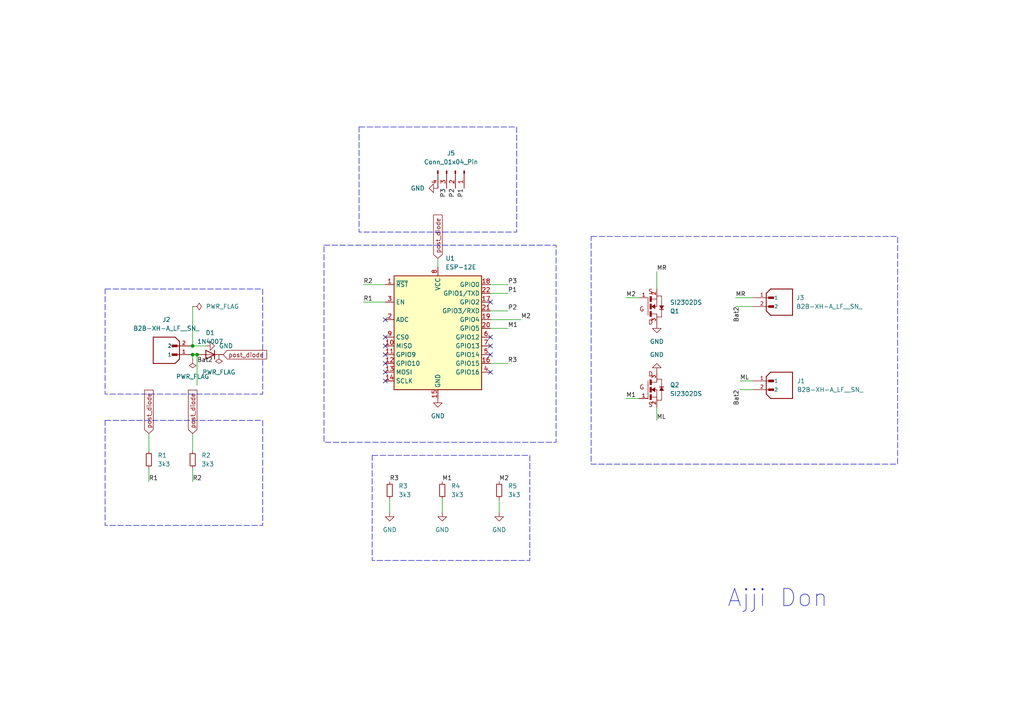
<source format=kicad_sch>
(kicad_sch
	(version 20231120)
	(generator "eeschema")
	(generator_version "8.0")
	(uuid "e621e1e8-a779-4037-a671-f23256a5308c")
	(paper "A4")
	(lib_symbols
		(symbol "Connector:Conn_01x04_Pin"
			(pin_names
				(offset 1.016) hide)
			(exclude_from_sim no)
			(in_bom yes)
			(on_board yes)
			(property "Reference" "J"
				(at 0 5.08 0)
				(effects
					(font
						(size 1.27 1.27)
					)
				)
			)
			(property "Value" "Conn_01x04_Pin"
				(at 0 -7.62 0)
				(effects
					(font
						(size 1.27 1.27)
					)
				)
			)
			(property "Footprint" ""
				(at 0 0 0)
				(effects
					(font
						(size 1.27 1.27)
					)
					(hide yes)
				)
			)
			(property "Datasheet" "~"
				(at 0 0 0)
				(effects
					(font
						(size 1.27 1.27)
					)
					(hide yes)
				)
			)
			(property "Description" "Generic connector, single row, 01x04, script generated"
				(at 0 0 0)
				(effects
					(font
						(size 1.27 1.27)
					)
					(hide yes)
				)
			)
			(property "ki_locked" ""
				(at 0 0 0)
				(effects
					(font
						(size 1.27 1.27)
					)
				)
			)
			(property "ki_keywords" "connector"
				(at 0 0 0)
				(effects
					(font
						(size 1.27 1.27)
					)
					(hide yes)
				)
			)
			(property "ki_fp_filters" "Connector*:*_1x??_*"
				(at 0 0 0)
				(effects
					(font
						(size 1.27 1.27)
					)
					(hide yes)
				)
			)
			(symbol "Conn_01x04_Pin_1_1"
				(polyline
					(pts
						(xy 1.27 -5.08) (xy 0.8636 -5.08)
					)
					(stroke
						(width 0.1524)
						(type default)
					)
					(fill
						(type none)
					)
				)
				(polyline
					(pts
						(xy 1.27 -2.54) (xy 0.8636 -2.54)
					)
					(stroke
						(width 0.1524)
						(type default)
					)
					(fill
						(type none)
					)
				)
				(polyline
					(pts
						(xy 1.27 0) (xy 0.8636 0)
					)
					(stroke
						(width 0.1524)
						(type default)
					)
					(fill
						(type none)
					)
				)
				(polyline
					(pts
						(xy 1.27 2.54) (xy 0.8636 2.54)
					)
					(stroke
						(width 0.1524)
						(type default)
					)
					(fill
						(type none)
					)
				)
				(rectangle
					(start 0.8636 -4.953)
					(end 0 -5.207)
					(stroke
						(width 0.1524)
						(type default)
					)
					(fill
						(type outline)
					)
				)
				(rectangle
					(start 0.8636 -2.413)
					(end 0 -2.667)
					(stroke
						(width 0.1524)
						(type default)
					)
					(fill
						(type outline)
					)
				)
				(rectangle
					(start 0.8636 0.127)
					(end 0 -0.127)
					(stroke
						(width 0.1524)
						(type default)
					)
					(fill
						(type outline)
					)
				)
				(rectangle
					(start 0.8636 2.667)
					(end 0 2.413)
					(stroke
						(width 0.1524)
						(type default)
					)
					(fill
						(type outline)
					)
				)
				(pin passive line
					(at 5.08 2.54 180)
					(length 3.81)
					(name "Pin_1"
						(effects
							(font
								(size 1.27 1.27)
							)
						)
					)
					(number "1"
						(effects
							(font
								(size 1.27 1.27)
							)
						)
					)
				)
				(pin passive line
					(at 5.08 0 180)
					(length 3.81)
					(name "Pin_2"
						(effects
							(font
								(size 1.27 1.27)
							)
						)
					)
					(number "2"
						(effects
							(font
								(size 1.27 1.27)
							)
						)
					)
				)
				(pin passive line
					(at 5.08 -2.54 180)
					(length 3.81)
					(name "Pin_3"
						(effects
							(font
								(size 1.27 1.27)
							)
						)
					)
					(number "3"
						(effects
							(font
								(size 1.27 1.27)
							)
						)
					)
				)
				(pin passive line
					(at 5.08 -5.08 180)
					(length 3.81)
					(name "Pin_4"
						(effects
							(font
								(size 1.27 1.27)
							)
						)
					)
					(number "4"
						(effects
							(font
								(size 1.27 1.27)
							)
						)
					)
				)
			)
		)
		(symbol "Device:R_Small"
			(pin_numbers hide)
			(pin_names
				(offset 0.254) hide)
			(exclude_from_sim no)
			(in_bom yes)
			(on_board yes)
			(property "Reference" "R"
				(at 0.762 0.508 0)
				(effects
					(font
						(size 1.27 1.27)
					)
					(justify left)
				)
			)
			(property "Value" "R_Small"
				(at 0.762 -1.016 0)
				(effects
					(font
						(size 1.27 1.27)
					)
					(justify left)
				)
			)
			(property "Footprint" ""
				(at 0 0 0)
				(effects
					(font
						(size 1.27 1.27)
					)
					(hide yes)
				)
			)
			(property "Datasheet" "~"
				(at 0 0 0)
				(effects
					(font
						(size 1.27 1.27)
					)
					(hide yes)
				)
			)
			(property "Description" "Resistor, small symbol"
				(at 0 0 0)
				(effects
					(font
						(size 1.27 1.27)
					)
					(hide yes)
				)
			)
			(property "ki_keywords" "R resistor"
				(at 0 0 0)
				(effects
					(font
						(size 1.27 1.27)
					)
					(hide yes)
				)
			)
			(property "ki_fp_filters" "R_*"
				(at 0 0 0)
				(effects
					(font
						(size 1.27 1.27)
					)
					(hide yes)
				)
			)
			(symbol "R_Small_0_1"
				(rectangle
					(start -0.762 1.778)
					(end 0.762 -1.778)
					(stroke
						(width 0.2032)
						(type default)
					)
					(fill
						(type none)
					)
				)
			)
			(symbol "R_Small_1_1"
				(pin passive line
					(at 0 2.54 270)
					(length 0.762)
					(name "~"
						(effects
							(font
								(size 1.27 1.27)
							)
						)
					)
					(number "1"
						(effects
							(font
								(size 1.27 1.27)
							)
						)
					)
				)
				(pin passive line
					(at 0 -2.54 90)
					(length 0.762)
					(name "~"
						(effects
							(font
								(size 1.27 1.27)
							)
						)
					)
					(number "2"
						(effects
							(font
								(size 1.27 1.27)
							)
						)
					)
				)
			)
		)
		(symbol "Diode:1N4007"
			(pin_numbers hide)
			(pin_names hide)
			(exclude_from_sim no)
			(in_bom yes)
			(on_board yes)
			(property "Reference" "D"
				(at 0 2.54 0)
				(effects
					(font
						(size 1.27 1.27)
					)
				)
			)
			(property "Value" "1N4007"
				(at 0 -2.54 0)
				(effects
					(font
						(size 1.27 1.27)
					)
				)
			)
			(property "Footprint" "Diode_THT:D_DO-41_SOD81_P10.16mm_Horizontal"
				(at 0 -4.445 0)
				(effects
					(font
						(size 1.27 1.27)
					)
					(hide yes)
				)
			)
			(property "Datasheet" "http://www.vishay.com/docs/88503/1n4001.pdf"
				(at 0 0 0)
				(effects
					(font
						(size 1.27 1.27)
					)
					(hide yes)
				)
			)
			(property "Description" "1000V 1A General Purpose Rectifier Diode, DO-41"
				(at 0 0 0)
				(effects
					(font
						(size 1.27 1.27)
					)
					(hide yes)
				)
			)
			(property "Sim.Device" "D"
				(at 0 0 0)
				(effects
					(font
						(size 1.27 1.27)
					)
					(hide yes)
				)
			)
			(property "Sim.Pins" "1=K 2=A"
				(at 0 0 0)
				(effects
					(font
						(size 1.27 1.27)
					)
					(hide yes)
				)
			)
			(property "ki_keywords" "diode"
				(at 0 0 0)
				(effects
					(font
						(size 1.27 1.27)
					)
					(hide yes)
				)
			)
			(property "ki_fp_filters" "D*DO?41*"
				(at 0 0 0)
				(effects
					(font
						(size 1.27 1.27)
					)
					(hide yes)
				)
			)
			(symbol "1N4007_0_1"
				(polyline
					(pts
						(xy -1.27 1.27) (xy -1.27 -1.27)
					)
					(stroke
						(width 0.254)
						(type default)
					)
					(fill
						(type none)
					)
				)
				(polyline
					(pts
						(xy 1.27 0) (xy -1.27 0)
					)
					(stroke
						(width 0)
						(type default)
					)
					(fill
						(type none)
					)
				)
				(polyline
					(pts
						(xy 1.27 1.27) (xy 1.27 -1.27) (xy -1.27 0) (xy 1.27 1.27)
					)
					(stroke
						(width 0.254)
						(type default)
					)
					(fill
						(type none)
					)
				)
			)
			(symbol "1N4007_1_1"
				(pin passive line
					(at -3.81 0 0)
					(length 2.54)
					(name "K"
						(effects
							(font
								(size 1.27 1.27)
							)
						)
					)
					(number "1"
						(effects
							(font
								(size 1.27 1.27)
							)
						)
					)
				)
				(pin passive line
					(at 3.81 0 180)
					(length 2.54)
					(name "A"
						(effects
							(font
								(size 1.27 1.27)
							)
						)
					)
					(number "2"
						(effects
							(font
								(size 1.27 1.27)
							)
						)
					)
				)
			)
		)
		(symbol "JST_Try2:B2B-XH-A_LF__SN_"
			(pin_names
				(offset 1.016)
			)
			(exclude_from_sim no)
			(in_bom yes)
			(on_board yes)
			(property "Reference" "J"
				(at -2.54 6.35 0)
				(effects
					(font
						(size 1.27 1.27)
					)
					(justify left bottom)
				)
			)
			(property "Value" "B2B-XH-A_LF__SN_"
				(at -2.54 -5.08 0)
				(effects
					(font
						(size 1.27 1.27)
					)
					(justify left bottom)
				)
			)
			(property "Footprint" "B2B-XH-A_LF__SN_:JST_B2B-XH-A_LF__SN_"
				(at 0 0 0)
				(effects
					(font
						(size 1.27 1.27)
					)
					(justify bottom)
					(hide yes)
				)
			)
			(property "Datasheet" ""
				(at 0 0 0)
				(effects
					(font
						(size 1.27 1.27)
					)
					(hide yes)
				)
			)
			(property "Description" "\nConnector Header Through Hole 2 position 0.098 (2.50mm)\n"
				(at 0 0 0)
				(effects
					(font
						(size 1.27 1.27)
					)
					(justify bottom)
					(hide yes)
				)
			)
			(property "MF" "JST Sales America Inc."
				(at 0 0 0)
				(effects
					(font
						(size 1.27 1.27)
					)
					(justify bottom)
					(hide yes)
				)
			)
			(property "MAXIMUM_PACKAGE_HEIGHT" "7 mm"
				(at 0 0 0)
				(effects
					(font
						(size 1.27 1.27)
					)
					(justify bottom)
					(hide yes)
				)
			)
			(property "Package" "None"
				(at 0 0 0)
				(effects
					(font
						(size 1.27 1.27)
					)
					(justify bottom)
					(hide yes)
				)
			)
			(property "Price" "None"
				(at 0 0 0)
				(effects
					(font
						(size 1.27 1.27)
					)
					(justify bottom)
					(hide yes)
				)
			)
			(property "Check_prices" "https://www.snapeda.com/parts/B2B-XH-A(LF)(SN)/JST+Sales+America+Inc./view-part/?ref=eda"
				(at 0 0 0)
				(effects
					(font
						(size 1.27 1.27)
					)
					(justify bottom)
					(hide yes)
				)
			)
			(property "STANDARD" "Manufacturer Recommendations"
				(at 0 0 0)
				(effects
					(font
						(size 1.27 1.27)
					)
					(justify bottom)
					(hide yes)
				)
			)
			(property "PARTREV" "N/A"
				(at 0 0 0)
				(effects
					(font
						(size 1.27 1.27)
					)
					(justify bottom)
					(hide yes)
				)
			)
			(property "SnapEDA_Link" "https://www.snapeda.com/parts/B2B-XH-A(LF)(SN)/JST+Sales+America+Inc./view-part/?ref=snap"
				(at 0 0 0)
				(effects
					(font
						(size 1.27 1.27)
					)
					(justify bottom)
					(hide yes)
				)
			)
			(property "MP" "B2B-XH-A(LF)(SN)"
				(at 0 0 0)
				(effects
					(font
						(size 1.27 1.27)
					)
					(justify bottom)
					(hide yes)
				)
			)
			(property "Availability" "In Stock"
				(at 0 0 0)
				(effects
					(font
						(size 1.27 1.27)
					)
					(justify bottom)
					(hide yes)
				)
			)
			(property "MANUFACTURER" "JST Sales America Inc."
				(at 0 0 0)
				(effects
					(font
						(size 1.27 1.27)
					)
					(justify bottom)
					(hide yes)
				)
			)
			(symbol "B2B-XH-A_LF__SN__0_0"
				(rectangle
					(start -3.175 -0.3175)
					(end -1.5875 0.3175)
					(stroke
						(width 0.1)
						(type default)
					)
					(fill
						(type outline)
					)
				)
				(rectangle
					(start -3.175 2.2225)
					(end -1.5875 2.8575)
					(stroke
						(width 0.1)
						(type default)
					)
					(fill
						(type outline)
					)
				)
				(polyline
					(pts
						(xy -3.81 -1.27) (xy -2.54 -2.54)
					)
					(stroke
						(width 0.254)
						(type default)
					)
					(fill
						(type none)
					)
				)
				(polyline
					(pts
						(xy -3.81 3.81) (xy -3.81 -1.27)
					)
					(stroke
						(width 0.254)
						(type default)
					)
					(fill
						(type none)
					)
				)
				(polyline
					(pts
						(xy -3.81 3.81) (xy -2.54 5.08)
					)
					(stroke
						(width 0.254)
						(type default)
					)
					(fill
						(type none)
					)
				)
				(polyline
					(pts
						(xy -2.54 -2.54) (xy 3.81 -2.54)
					)
					(stroke
						(width 0.254)
						(type default)
					)
					(fill
						(type none)
					)
				)
				(polyline
					(pts
						(xy 3.81 -2.54) (xy 3.81 5.08)
					)
					(stroke
						(width 0.254)
						(type default)
					)
					(fill
						(type none)
					)
				)
				(polyline
					(pts
						(xy 3.81 5.08) (xy -2.54 5.08)
					)
					(stroke
						(width 0.254)
						(type default)
					)
					(fill
						(type none)
					)
				)
				(pin passive line
					(at -7.62 2.54 0)
					(length 5.08)
					(name "1"
						(effects
							(font
								(size 1.016 1.016)
							)
						)
					)
					(number "1"
						(effects
							(font
								(size 1.016 1.016)
							)
						)
					)
				)
				(pin passive line
					(at -7.62 0 0)
					(length 5.08)
					(name "2"
						(effects
							(font
								(size 1.016 1.016)
							)
						)
					)
					(number "2"
						(effects
							(font
								(size 1.016 1.016)
							)
						)
					)
				)
			)
		)
		(symbol "RF_Module:ESP-12E"
			(exclude_from_sim no)
			(in_bom yes)
			(on_board yes)
			(property "Reference" "U"
				(at -12.7 19.05 0)
				(effects
					(font
						(size 1.27 1.27)
					)
					(justify left)
				)
			)
			(property "Value" "ESP-12E"
				(at 12.7 19.05 0)
				(effects
					(font
						(size 1.27 1.27)
					)
					(justify right)
				)
			)
			(property "Footprint" "RF_Module:ESP-12E"
				(at 0 0 0)
				(effects
					(font
						(size 1.27 1.27)
					)
					(hide yes)
				)
			)
			(property "Datasheet" "http://wiki.ai-thinker.com/_media/esp8266/esp8266_series_modules_user_manual_v1.1.pdf"
				(at -8.89 2.54 0)
				(effects
					(font
						(size 1.27 1.27)
					)
					(hide yes)
				)
			)
			(property "Description" "802.11 b/g/n Wi-Fi Module"
				(at 0 0 0)
				(effects
					(font
						(size 1.27 1.27)
					)
					(hide yes)
				)
			)
			(property "ki_keywords" "802.11 Wi-Fi"
				(at 0 0 0)
				(effects
					(font
						(size 1.27 1.27)
					)
					(hide yes)
				)
			)
			(property "ki_fp_filters" "ESP?12*"
				(at 0 0 0)
				(effects
					(font
						(size 1.27 1.27)
					)
					(hide yes)
				)
			)
			(symbol "ESP-12E_0_1"
				(rectangle
					(start -12.7 17.78)
					(end 12.7 -15.24)
					(stroke
						(width 0.254)
						(type default)
					)
					(fill
						(type background)
					)
				)
			)
			(symbol "ESP-12E_1_1"
				(pin input line
					(at -15.24 15.24 0)
					(length 2.54)
					(name "~{RST}"
						(effects
							(font
								(size 1.27 1.27)
							)
						)
					)
					(number "1"
						(effects
							(font
								(size 1.27 1.27)
							)
						)
					)
				)
				(pin bidirectional line
					(at -15.24 -2.54 0)
					(length 2.54)
					(name "MISO"
						(effects
							(font
								(size 1.27 1.27)
							)
						)
					)
					(number "10"
						(effects
							(font
								(size 1.27 1.27)
							)
						)
					)
				)
				(pin bidirectional line
					(at -15.24 -5.08 0)
					(length 2.54)
					(name "GPIO9"
						(effects
							(font
								(size 1.27 1.27)
							)
						)
					)
					(number "11"
						(effects
							(font
								(size 1.27 1.27)
							)
						)
					)
				)
				(pin bidirectional line
					(at -15.24 -7.62 0)
					(length 2.54)
					(name "GPIO10"
						(effects
							(font
								(size 1.27 1.27)
							)
						)
					)
					(number "12"
						(effects
							(font
								(size 1.27 1.27)
							)
						)
					)
				)
				(pin bidirectional line
					(at -15.24 -10.16 0)
					(length 2.54)
					(name "MOSI"
						(effects
							(font
								(size 1.27 1.27)
							)
						)
					)
					(number "13"
						(effects
							(font
								(size 1.27 1.27)
							)
						)
					)
				)
				(pin bidirectional line
					(at -15.24 -12.7 0)
					(length 2.54)
					(name "SCLK"
						(effects
							(font
								(size 1.27 1.27)
							)
						)
					)
					(number "14"
						(effects
							(font
								(size 1.27 1.27)
							)
						)
					)
				)
				(pin power_in line
					(at 0 -17.78 90)
					(length 2.54)
					(name "GND"
						(effects
							(font
								(size 1.27 1.27)
							)
						)
					)
					(number "15"
						(effects
							(font
								(size 1.27 1.27)
							)
						)
					)
				)
				(pin bidirectional line
					(at 15.24 -7.62 180)
					(length 2.54)
					(name "GPIO15"
						(effects
							(font
								(size 1.27 1.27)
							)
						)
					)
					(number "16"
						(effects
							(font
								(size 1.27 1.27)
							)
						)
					)
				)
				(pin bidirectional line
					(at 15.24 10.16 180)
					(length 2.54)
					(name "GPIO2"
						(effects
							(font
								(size 1.27 1.27)
							)
						)
					)
					(number "17"
						(effects
							(font
								(size 1.27 1.27)
							)
						)
					)
				)
				(pin bidirectional line
					(at 15.24 15.24 180)
					(length 2.54)
					(name "GPIO0"
						(effects
							(font
								(size 1.27 1.27)
							)
						)
					)
					(number "18"
						(effects
							(font
								(size 1.27 1.27)
							)
						)
					)
				)
				(pin bidirectional line
					(at 15.24 5.08 180)
					(length 2.54)
					(name "GPIO4"
						(effects
							(font
								(size 1.27 1.27)
							)
						)
					)
					(number "19"
						(effects
							(font
								(size 1.27 1.27)
							)
						)
					)
				)
				(pin input line
					(at -15.24 5.08 0)
					(length 2.54)
					(name "ADC"
						(effects
							(font
								(size 1.27 1.27)
							)
						)
					)
					(number "2"
						(effects
							(font
								(size 1.27 1.27)
							)
						)
					)
				)
				(pin bidirectional line
					(at 15.24 2.54 180)
					(length 2.54)
					(name "GPIO5"
						(effects
							(font
								(size 1.27 1.27)
							)
						)
					)
					(number "20"
						(effects
							(font
								(size 1.27 1.27)
							)
						)
					)
				)
				(pin bidirectional line
					(at 15.24 7.62 180)
					(length 2.54)
					(name "GPIO3/RXD"
						(effects
							(font
								(size 1.27 1.27)
							)
						)
					)
					(number "21"
						(effects
							(font
								(size 1.27 1.27)
							)
						)
					)
				)
				(pin bidirectional line
					(at 15.24 12.7 180)
					(length 2.54)
					(name "GPIO1/TXD"
						(effects
							(font
								(size 1.27 1.27)
							)
						)
					)
					(number "22"
						(effects
							(font
								(size 1.27 1.27)
							)
						)
					)
				)
				(pin input line
					(at -15.24 10.16 0)
					(length 2.54)
					(name "EN"
						(effects
							(font
								(size 1.27 1.27)
							)
						)
					)
					(number "3"
						(effects
							(font
								(size 1.27 1.27)
							)
						)
					)
				)
				(pin bidirectional line
					(at 15.24 -10.16 180)
					(length 2.54)
					(name "GPIO16"
						(effects
							(font
								(size 1.27 1.27)
							)
						)
					)
					(number "4"
						(effects
							(font
								(size 1.27 1.27)
							)
						)
					)
				)
				(pin bidirectional line
					(at 15.24 -5.08 180)
					(length 2.54)
					(name "GPIO14"
						(effects
							(font
								(size 1.27 1.27)
							)
						)
					)
					(number "5"
						(effects
							(font
								(size 1.27 1.27)
							)
						)
					)
				)
				(pin bidirectional line
					(at 15.24 0 180)
					(length 2.54)
					(name "GPIO12"
						(effects
							(font
								(size 1.27 1.27)
							)
						)
					)
					(number "6"
						(effects
							(font
								(size 1.27 1.27)
							)
						)
					)
				)
				(pin bidirectional line
					(at 15.24 -2.54 180)
					(length 2.54)
					(name "GPIO13"
						(effects
							(font
								(size 1.27 1.27)
							)
						)
					)
					(number "7"
						(effects
							(font
								(size 1.27 1.27)
							)
						)
					)
				)
				(pin power_in line
					(at 0 20.32 270)
					(length 2.54)
					(name "VCC"
						(effects
							(font
								(size 1.27 1.27)
							)
						)
					)
					(number "8"
						(effects
							(font
								(size 1.27 1.27)
							)
						)
					)
				)
				(pin input line
					(at -15.24 0 0)
					(length 2.54)
					(name "CS0"
						(effects
							(font
								(size 1.27 1.27)
							)
						)
					)
					(number "9"
						(effects
							(font
								(size 1.27 1.27)
							)
						)
					)
				)
			)
		)
		(symbol "SI2302S:SI2302DS"
			(pin_names
				(offset 1.016)
			)
			(exclude_from_sim no)
			(in_bom yes)
			(on_board yes)
			(property "Reference" "Q"
				(at 2.5435 2.5435 0)
				(effects
					(font
						(size 1.27 1.27)
					)
					(justify left bottom)
				)
			)
			(property "Value" "SI2302DS"
				(at 2.5473 0 0)
				(effects
					(font
						(size 1.27 1.27)
					)
					(justify left bottom)
				)
			)
			(property "Footprint" "SI2302DS:SOT23-3_TO-236AB"
				(at 0 0 0)
				(effects
					(font
						(size 1.27 1.27)
					)
					(justify bottom)
					(hide yes)
				)
			)
			(property "Datasheet" ""
				(at 0 0 0)
				(effects
					(font
						(size 1.27 1.27)
					)
					(hide yes)
				)
			)
			(property "Description" "\nN-Channel 20V 2.5A (Tc) 830mW (Tc) Surface Mount TO-236AB (SOT23)\n"
				(at 0 0 0)
				(effects
					(font
						(size 1.27 1.27)
					)
					(justify bottom)
					(hide yes)
				)
			)
			(property "MF" "NXP Semiconductors"
				(at 0 0 0)
				(effects
					(font
						(size 1.27 1.27)
					)
					(justify bottom)
					(hide yes)
				)
			)
			(property "Package" "SC-59 NXP Semiconductors"
				(at 0 0 0)
				(effects
					(font
						(size 1.27 1.27)
					)
					(justify bottom)
					(hide yes)
				)
			)
			(property "Price" "None"
				(at 0 0 0)
				(effects
					(font
						(size 1.27 1.27)
					)
					(justify bottom)
					(hide yes)
				)
			)
			(property "SnapEDA_Link" "https://www.snapeda.com/parts/SI2302DS/NXP+Semiconductors/view-part/?ref=snap"
				(at 0 0 0)
				(effects
					(font
						(size 1.27 1.27)
					)
					(justify bottom)
					(hide yes)
				)
			)
			(property "MP" "SI2302DS"
				(at 0 0 0)
				(effects
					(font
						(size 1.27 1.27)
					)
					(justify bottom)
					(hide yes)
				)
			)
			(property "Availability" "In Stock"
				(at 0 0 0)
				(effects
					(font
						(size 1.27 1.27)
					)
					(justify bottom)
					(hide yes)
				)
			)
			(property "Check_prices" "https://www.snapeda.com/parts/SI2302DS/NXP+Semiconductors/view-part/?ref=eda"
				(at 0 0 0)
				(effects
					(font
						(size 1.27 1.27)
					)
					(justify bottom)
					(hide yes)
				)
			)
			(symbol "SI2302DS_0_0"
				(rectangle
					(start -2.0389 1.4018)
					(end -1.524 2.921)
					(stroke
						(width 0.1)
						(type default)
					)
					(fill
						(type outline)
					)
				)
				(rectangle
					(start -2.0376 -2.929)
					(end -1.524 -1.397)
					(stroke
						(width 0.1)
						(type default)
					)
					(fill
						(type outline)
					)
				)
				(rectangle
					(start -2.0334 -0.7625)
					(end -1.524 0.762)
					(stroke
						(width 0.1)
						(type default)
					)
					(fill
						(type outline)
					)
				)
				(polyline
					(pts
						(xy -2.54 -2.54) (xy -2.54 2.54)
					)
					(stroke
						(width 0.1524)
						(type default)
					)
					(fill
						(type none)
					)
				)
				(polyline
					(pts
						(xy -1.524 -2.159) (xy 0 -2.159)
					)
					(stroke
						(width 0.1524)
						(type default)
					)
					(fill
						(type none)
					)
				)
				(polyline
					(pts
						(xy -1.524 2.159) (xy 0 2.159)
					)
					(stroke
						(width 0.1524)
						(type default)
					)
					(fill
						(type none)
					)
				)
				(polyline
					(pts
						(xy -0.508 0) (xy 0 0)
					)
					(stroke
						(width 0.1524)
						(type default)
					)
					(fill
						(type none)
					)
				)
				(polyline
					(pts
						(xy 0 -2.159) (xy 0 -2.54)
					)
					(stroke
						(width 0.1524)
						(type default)
					)
					(fill
						(type none)
					)
				)
				(polyline
					(pts
						(xy 0 0) (xy 0 -2.159)
					)
					(stroke
						(width 0.1524)
						(type default)
					)
					(fill
						(type none)
					)
				)
				(polyline
					(pts
						(xy 0 2.159) (xy 0 2.54)
					)
					(stroke
						(width 0.1524)
						(type default)
					)
					(fill
						(type none)
					)
				)
				(polyline
					(pts
						(xy 0 3.048) (xy 1.397 3.048)
					)
					(stroke
						(width 0.1524)
						(type default)
					)
					(fill
						(type none)
					)
				)
				(polyline
					(pts
						(xy 1.397 -3.048) (xy 0 -3.048)
					)
					(stroke
						(width 0.1524)
						(type default)
					)
					(fill
						(type none)
					)
				)
				(polyline
					(pts
						(xy 1.397 -0.254) (xy 1.397 -3.048)
					)
					(stroke
						(width 0.1524)
						(type default)
					)
					(fill
						(type none)
					)
				)
				(polyline
					(pts
						(xy 1.397 3.048) (xy 1.397 0.762)
					)
					(stroke
						(width 0.1524)
						(type default)
					)
					(fill
						(type none)
					)
				)
				(polyline
					(pts
						(xy -1.524 0) (xy -0.508 0.635) (xy -0.508 -0.635) (xy -1.524 0)
					)
					(stroke
						(width 0.1016)
						(type default)
					)
					(fill
						(type outline)
					)
				)
				(polyline
					(pts
						(xy 1.397 0.762) (xy 2.032 -0.254) (xy 0.762 -0.254) (xy 1.397 0.762)
					)
					(stroke
						(width 0.1016)
						(type default)
					)
					(fill
						(type outline)
					)
				)
				(rectangle
					(start 0.7626 0.7626)
					(end 2.032 0.889)
					(stroke
						(width 0.1)
						(type default)
					)
					(fill
						(type outline)
					)
				)
				(text "D"
					(at -2.5454 3.8181 0)
					(effects
						(font
							(size 1.2727 1.2727)
						)
						(justify left bottom)
					)
				)
				(text "G"
					(at -5.0912 0 0)
					(effects
						(font
							(size 1.2728 1.2728)
						)
						(justify left bottom)
					)
				)
				(text "S"
					(at -2.5421 -5.0842 0)
					(effects
						(font
							(size 1.2711 1.2711)
						)
						(justify left bottom)
					)
				)
				(pin passive line
					(at -5.08 -2.54 0)
					(length 2.54)
					(name "~"
						(effects
							(font
								(size 1.016 1.016)
							)
						)
					)
					(number "1"
						(effects
							(font
								(size 1.016 1.016)
							)
						)
					)
				)
				(pin passive line
					(at 0 -5.08 90)
					(length 2.54)
					(name "~"
						(effects
							(font
								(size 1.016 1.016)
							)
						)
					)
					(number "2"
						(effects
							(font
								(size 1.016 1.016)
							)
						)
					)
				)
				(pin passive line
					(at 0 5.08 270)
					(length 2.54)
					(name "~"
						(effects
							(font
								(size 1.016 1.016)
							)
						)
					)
					(number "3"
						(effects
							(font
								(size 1.016 1.016)
							)
						)
					)
				)
			)
		)
		(symbol "power:GND"
			(power)
			(pin_names
				(offset 0)
			)
			(exclude_from_sim no)
			(in_bom yes)
			(on_board yes)
			(property "Reference" "#PWR"
				(at 0 -6.35 0)
				(effects
					(font
						(size 1.27 1.27)
					)
					(hide yes)
				)
			)
			(property "Value" "GND"
				(at 0 -3.81 0)
				(effects
					(font
						(size 1.27 1.27)
					)
				)
			)
			(property "Footprint" ""
				(at 0 0 0)
				(effects
					(font
						(size 1.27 1.27)
					)
					(hide yes)
				)
			)
			(property "Datasheet" ""
				(at 0 0 0)
				(effects
					(font
						(size 1.27 1.27)
					)
					(hide yes)
				)
			)
			(property "Description" "Power symbol creates a global label with name \"GND\" , ground"
				(at 0 0 0)
				(effects
					(font
						(size 1.27 1.27)
					)
					(hide yes)
				)
			)
			(property "ki_keywords" "global power"
				(at 0 0 0)
				(effects
					(font
						(size 1.27 1.27)
					)
					(hide yes)
				)
			)
			(symbol "GND_0_1"
				(polyline
					(pts
						(xy 0 0) (xy 0 -1.27) (xy 1.27 -1.27) (xy 0 -2.54) (xy -1.27 -1.27) (xy 0 -1.27)
					)
					(stroke
						(width 0)
						(type default)
					)
					(fill
						(type none)
					)
				)
			)
			(symbol "GND_1_1"
				(pin power_in line
					(at 0 0 270)
					(length 0) hide
					(name "GND"
						(effects
							(font
								(size 1.27 1.27)
							)
						)
					)
					(number "1"
						(effects
							(font
								(size 1.27 1.27)
							)
						)
					)
				)
			)
		)
		(symbol "power:PWR_FLAG"
			(power)
			(pin_numbers hide)
			(pin_names
				(offset 0) hide)
			(exclude_from_sim no)
			(in_bom yes)
			(on_board yes)
			(property "Reference" "#FLG"
				(at 0 1.905 0)
				(effects
					(font
						(size 1.27 1.27)
					)
					(hide yes)
				)
			)
			(property "Value" "PWR_FLAG"
				(at 0 3.81 0)
				(effects
					(font
						(size 1.27 1.27)
					)
				)
			)
			(property "Footprint" ""
				(at 0 0 0)
				(effects
					(font
						(size 1.27 1.27)
					)
					(hide yes)
				)
			)
			(property "Datasheet" "~"
				(at 0 0 0)
				(effects
					(font
						(size 1.27 1.27)
					)
					(hide yes)
				)
			)
			(property "Description" "Special symbol for telling ERC where power comes from"
				(at 0 0 0)
				(effects
					(font
						(size 1.27 1.27)
					)
					(hide yes)
				)
			)
			(property "ki_keywords" "flag power"
				(at 0 0 0)
				(effects
					(font
						(size 1.27 1.27)
					)
					(hide yes)
				)
			)
			(symbol "PWR_FLAG_0_0"
				(pin power_out line
					(at 0 0 90)
					(length 0)
					(name "pwr"
						(effects
							(font
								(size 1.27 1.27)
							)
						)
					)
					(number "1"
						(effects
							(font
								(size 1.27 1.27)
							)
						)
					)
				)
			)
			(symbol "PWR_FLAG_0_1"
				(polyline
					(pts
						(xy 0 0) (xy 0 1.27) (xy -1.016 1.905) (xy 0 2.54) (xy 1.016 1.905) (xy 0 1.27)
					)
					(stroke
						(width 0)
						(type default)
					)
					(fill
						(type none)
					)
				)
			)
		)
	)
	(junction
		(at 55.88 102.87)
		(diameter 0)
		(color 0 0 0 0)
		(uuid "10d1a0ea-5d4b-4b25-a202-70e23095d24f")
	)
	(junction
		(at 55.88 100.33)
		(diameter 0)
		(color 0 0 0 0)
		(uuid "1df98d83-9b01-4e3f-b594-32477b1dbbb8")
	)
	(junction
		(at 57.15 102.87)
		(diameter 0)
		(color 0 0 0 0)
		(uuid "a4145a9f-0504-4fb0-acd4-b15bbad39ccc")
	)
	(no_connect
		(at 142.24 107.95)
		(uuid "10c2b8f4-1834-4d71-a00d-51e0474749b4")
	)
	(no_connect
		(at 142.24 97.79)
		(uuid "2b12a285-8805-4ca5-9e51-61698759cbb8")
	)
	(no_connect
		(at 142.24 87.63)
		(uuid "2f447ce2-ac51-42c9-8637-ea3e4641c937")
	)
	(no_connect
		(at 111.76 97.79)
		(uuid "4e0ace77-8275-4e87-873a-c533fde72d5c")
	)
	(no_connect
		(at 111.76 105.41)
		(uuid "711a181c-4288-4ae4-8e67-0c00a9f78ea3")
	)
	(no_connect
		(at 142.24 100.33)
		(uuid "7dfb66e8-7c02-4ae6-bc32-78029941b80f")
	)
	(no_connect
		(at 142.24 102.87)
		(uuid "8262aa73-0bb8-43b9-b080-c617b3d659cf")
	)
	(no_connect
		(at 111.76 102.87)
		(uuid "88715677-b4ec-471f-a7c8-34ed71d89c83")
	)
	(no_connect
		(at 111.76 107.95)
		(uuid "c66afe95-2984-4ab3-8940-cd59a3afbe59")
	)
	(no_connect
		(at 111.76 92.71)
		(uuid "e2fdd625-bea2-41ec-a563-bc14b4560c4a")
	)
	(no_connect
		(at 111.76 100.33)
		(uuid "e44f711f-caa1-48ba-b6ce-a8321dc50d5c")
	)
	(no_connect
		(at 111.76 110.49)
		(uuid "f4dc6a48-9871-4c79-b5fc-2618319da80c")
	)
	(wire
		(pts
			(xy 55.88 135.89) (xy 55.88 139.7)
		)
		(stroke
			(width 0)
			(type default)
		)
		(uuid "086d089e-f3bf-4b66-92a3-4f9c073c04e2")
	)
	(wire
		(pts
			(xy 127 74.93) (xy 127 77.47)
		)
		(stroke
			(width 0)
			(type default)
		)
		(uuid "0b2eceb4-8a44-4685-86e5-c85547f65f39")
	)
	(wire
		(pts
			(xy 142.24 82.55) (xy 147.32 82.55)
		)
		(stroke
			(width 0)
			(type default)
		)
		(uuid "25d4c4c3-f6b3-46a2-8a12-89571f4ad124")
	)
	(wire
		(pts
			(xy 190.5 78.74) (xy 190.5 83.82)
		)
		(stroke
			(width 0)
			(type default)
		)
		(uuid "26f1417d-ffa2-40f2-bf9e-903626abf2e8")
	)
	(wire
		(pts
			(xy 190.5 118.11) (xy 190.5 121.92)
		)
		(stroke
			(width 0)
			(type default)
		)
		(uuid "2ce41c72-cb51-4d24-a07b-88b43834c2cc")
	)
	(wire
		(pts
			(xy 55.88 88.9) (xy 55.88 100.33)
		)
		(stroke
			(width 0)
			(type default)
		)
		(uuid "3200ec62-a7bd-419e-ae6f-d1ac2bde1a4d")
	)
	(wire
		(pts
			(xy 57.15 102.87) (xy 57.15 111.76)
		)
		(stroke
			(width 0)
			(type default)
		)
		(uuid "35c9f89c-1ea2-43c5-920b-abed8af02d7d")
	)
	(wire
		(pts
			(xy 142.24 92.71) (xy 151.13 92.71)
		)
		(stroke
			(width 0)
			(type default)
		)
		(uuid "380f2d19-5727-41d0-a3bf-7fa3983011bc")
	)
	(wire
		(pts
			(xy 55.88 102.87) (xy 54.61 102.87)
		)
		(stroke
			(width 0)
			(type default)
		)
		(uuid "41558334-6630-4841-9bd3-c318ee298ea0")
	)
	(wire
		(pts
			(xy 113.03 144.78) (xy 113.03 148.59)
		)
		(stroke
			(width 0)
			(type default)
		)
		(uuid "43b0126c-b6a4-46cd-af0a-a2862d0bbebf")
	)
	(wire
		(pts
			(xy 142.24 90.17) (xy 147.32 90.17)
		)
		(stroke
			(width 0)
			(type default)
		)
		(uuid "547ccec0-3106-46b0-8be0-4a91d8699bcf")
	)
	(wire
		(pts
			(xy 213.36 86.36) (xy 218.44 86.36)
		)
		(stroke
			(width 0)
			(type default)
		)
		(uuid "5bd0e798-9a0e-4e83-a90c-c0951a782467")
	)
	(wire
		(pts
			(xy 43.18 125.73) (xy 43.18 130.81)
		)
		(stroke
			(width 0)
			(type default)
		)
		(uuid "5fb4c96a-d701-45c4-acf9-5eded6e2c8a3")
	)
	(wire
		(pts
			(xy 57.15 102.87) (xy 55.88 102.87)
		)
		(stroke
			(width 0)
			(type default)
		)
		(uuid "693cd7b7-d46a-4bee-9b98-1d143483533c")
	)
	(wire
		(pts
			(xy 43.18 139.7) (xy 43.18 135.89)
		)
		(stroke
			(width 0)
			(type default)
		)
		(uuid "72e87f53-892b-4f1a-af52-709d2a8f8e6d")
	)
	(wire
		(pts
			(xy 63.5 102.87) (xy 64.77 102.87)
		)
		(stroke
			(width 0)
			(type default)
		)
		(uuid "765aef1a-d99e-4e95-bcaf-be033f08ba57")
	)
	(wire
		(pts
			(xy 142.24 105.41) (xy 147.32 105.41)
		)
		(stroke
			(width 0)
			(type default)
		)
		(uuid "7880ea6c-aaa2-498c-9976-0bb526320090")
	)
	(wire
		(pts
			(xy 142.24 95.25) (xy 147.32 95.25)
		)
		(stroke
			(width 0)
			(type default)
		)
		(uuid "7e8c03d6-6b7b-42a6-840c-1e2dbca234d5")
	)
	(wire
		(pts
			(xy 214.63 113.03) (xy 218.44 113.03)
		)
		(stroke
			(width 0)
			(type default)
		)
		(uuid "7f097bfe-98e2-4e4e-bc28-19678bdf632e")
	)
	(wire
		(pts
			(xy 128.27 144.78) (xy 128.27 148.59)
		)
		(stroke
			(width 0)
			(type default)
		)
		(uuid "9ff03ae9-491c-4d0b-a550-81ba93930ed3")
	)
	(wire
		(pts
			(xy 55.88 100.33) (xy 59.69 100.33)
		)
		(stroke
			(width 0)
			(type default)
		)
		(uuid "ad5d4e09-b131-486b-b7ea-0da0836da530")
	)
	(wire
		(pts
			(xy 181.61 115.57) (xy 185.42 115.57)
		)
		(stroke
			(width 0)
			(type default)
		)
		(uuid "b4c68ea5-bca5-405b-9e33-1c215c2ebc76")
	)
	(wire
		(pts
			(xy 55.88 102.87) (xy 55.88 104.14)
		)
		(stroke
			(width 0)
			(type default)
		)
		(uuid "bb7c05e2-5980-4e6e-9a6e-99cef9b9d456")
	)
	(wire
		(pts
			(xy 144.78 144.78) (xy 144.78 148.59)
		)
		(stroke
			(width 0)
			(type default)
		)
		(uuid "bbe81e07-d62c-4bc3-a153-8f2132ab2a00")
	)
	(wire
		(pts
			(xy 142.24 85.09) (xy 147.32 85.09)
		)
		(stroke
			(width 0)
			(type default)
		)
		(uuid "bc1df56f-170f-463d-8585-808e2b67be64")
	)
	(wire
		(pts
			(xy 55.88 125.73) (xy 55.88 130.81)
		)
		(stroke
			(width 0)
			(type default)
		)
		(uuid "cb0b349e-324d-4fb2-a4d7-4e7f251333ff")
	)
	(wire
		(pts
			(xy 111.76 82.55) (xy 105.41 82.55)
		)
		(stroke
			(width 0)
			(type default)
		)
		(uuid "d70a9f86-6755-4aff-b68b-bdebccbfad56")
	)
	(wire
		(pts
			(xy 213.36 88.9) (xy 218.44 88.9)
		)
		(stroke
			(width 0)
			(type default)
		)
		(uuid "dcc6c2ad-d20f-455a-babb-d91c7279a697")
	)
	(wire
		(pts
			(xy 214.63 110.49) (xy 218.44 110.49)
		)
		(stroke
			(width 0)
			(type default)
		)
		(uuid "e0a7e490-04dd-4bbb-b61a-7ec9750ee58b")
	)
	(wire
		(pts
			(xy 105.41 87.63) (xy 111.76 87.63)
		)
		(stroke
			(width 0)
			(type default)
		)
		(uuid "efb324f1-2b20-4b57-b561-a50316376ae2")
	)
	(wire
		(pts
			(xy 181.61 86.36) (xy 185.42 86.36)
		)
		(stroke
			(width 0)
			(type default)
		)
		(uuid "f6d3dc85-2743-4b0d-b4c3-449f821cdba4")
	)
	(rectangle
		(start 104.14 36.83)
		(end 149.86 67.31)
		(stroke
			(width 0)
			(type dash)
		)
		(fill
			(type none)
		)
		(uuid 132078dc-fdd7-4a01-bc44-a32713cc2cac)
	)
	(rectangle
		(start 171.45 68.58)
		(end 260.35 134.62)
		(stroke
			(width 0)
			(type dash)
		)
		(fill
			(type none)
		)
		(uuid 3639707e-c649-4bb1-ad4c-d26720b4d909)
	)
	(rectangle
		(start 93.98 71.12)
		(end 161.29 128.27)
		(stroke
			(width 0)
			(type dash)
		)
		(fill
			(type none)
		)
		(uuid 4d255cc0-219e-4a1d-ae0b-4c3160035f9a)
	)
	(rectangle
		(start 30.48 121.92)
		(end 76.2 152.4)
		(stroke
			(width 0)
			(type dash)
		)
		(fill
			(type none)
		)
		(uuid 83b78969-b75a-476f-8b43-554821b4aa15)
	)
	(rectangle
		(start 107.95 132.08)
		(end 153.67 162.56)
		(stroke
			(width 0)
			(type dash)
		)
		(fill
			(type none)
		)
		(uuid 8cf93a31-1109-4203-b9db-c6da5d2792b9)
	)
	(rectangle
		(start 30.48 83.82)
		(end 76.2 114.3)
		(stroke
			(width 0)
			(type dash)
		)
		(fill
			(type none)
		)
		(uuid eca4eaf5-6a1c-40ba-a652-f63c666db94e)
	)
	(text "Ajji Don"
		(exclude_from_sim no)
		(at 210.82 176.53 0)
		(effects
			(font
				(size 5 5)
			)
			(justify left bottom)
		)
		(uuid "ed524997-964d-43cb-9ac8-31d0d8fe8f6d")
	)
	(label "R2"
		(at 55.88 139.7 0)
		(fields_autoplaced yes)
		(effects
			(font
				(size 1.27 1.27)
			)
			(justify left bottom)
		)
		(uuid "0848fedd-f54f-4b87-ad13-d5a544af55e7")
	)
	(label "P1"
		(at 134.62 54.61 270)
		(fields_autoplaced yes)
		(effects
			(font
				(size 1.27 1.27)
			)
			(justify right bottom)
		)
		(uuid "1c568d60-c694-4f3f-ac2e-944c7fd9a7f6")
	)
	(label "M1"
		(at 181.61 115.57 0)
		(fields_autoplaced yes)
		(effects
			(font
				(size 1.27 1.27)
			)
			(justify left bottom)
		)
		(uuid "1e907b97-866c-4aeb-9c25-9843bf015cf0")
	)
	(label "P1"
		(at 147.32 85.09 0)
		(fields_autoplaced yes)
		(effects
			(font
				(size 1.27 1.27)
			)
			(justify left bottom)
		)
		(uuid "1edee1cc-c935-4970-8148-7ca7aa5cbd48")
	)
	(label "M1"
		(at 147.32 95.25 0)
		(fields_autoplaced yes)
		(effects
			(font
				(size 1.27 1.27)
			)
			(justify left bottom)
		)
		(uuid "24b0edb4-fa92-4e4a-95ae-cf3fd78b4b6b")
	)
	(label "ML"
		(at 190.5 121.92 0)
		(fields_autoplaced yes)
		(effects
			(font
				(size 1.27 1.27)
			)
			(justify left bottom)
		)
		(uuid "29d4f1c6-f206-4f36-a5ca-2ee86541a79d")
	)
	(label "R1"
		(at 105.41 87.63 0)
		(fields_autoplaced yes)
		(effects
			(font
				(size 1.27 1.27)
			)
			(justify left bottom)
		)
		(uuid "2c930b7a-4541-4926-af98-a56d271db4db")
	)
	(label "Bat2"
		(at 57.15 105.41 0)
		(fields_autoplaced yes)
		(effects
			(font
				(size 1.27 1.27)
			)
			(justify left bottom)
		)
		(uuid "32b1e69e-04cc-400a-967f-16db92bf7458")
	)
	(label "M2"
		(at 144.78 139.7 0)
		(fields_autoplaced yes)
		(effects
			(font
				(size 1.27 1.27)
			)
			(justify left bottom)
		)
		(uuid "3c622ede-d804-4569-8b88-bcd5d2d79ffe")
	)
	(label "R3"
		(at 147.32 105.41 0)
		(fields_autoplaced yes)
		(effects
			(font
				(size 1.27 1.27)
			)
			(justify left bottom)
		)
		(uuid "4c551cc3-89ee-4d3d-9fed-7a9d0c1d6ee8")
	)
	(label "ML"
		(at 214.63 110.49 0)
		(fields_autoplaced yes)
		(effects
			(font
				(size 1.27 1.27)
			)
			(justify left bottom)
		)
		(uuid "5a88b31b-26f2-4b7d-81ee-f183d49bba35")
	)
	(label "R3"
		(at 113.03 139.7 0)
		(fields_autoplaced yes)
		(effects
			(font
				(size 1.27 1.27)
			)
			(justify left bottom)
		)
		(uuid "8123331a-aa66-4c77-88dd-575c72aa8e1f")
	)
	(label "Bat2"
		(at 214.63 113.03 270)
		(fields_autoplaced yes)
		(effects
			(font
				(size 1.27 1.27)
			)
			(justify right bottom)
		)
		(uuid "814d4c6f-2b50-48ce-8945-17bed8dade5c")
	)
	(label "M2"
		(at 181.61 86.36 0)
		(fields_autoplaced yes)
		(effects
			(font
				(size 1.27 1.27)
			)
			(justify left bottom)
		)
		(uuid "8cb2d127-7ff2-4956-b63b-c4e1a1c8a769")
	)
	(label "R2"
		(at 105.41 82.55 0)
		(fields_autoplaced yes)
		(effects
			(font
				(size 1.27 1.27)
			)
			(justify left bottom)
		)
		(uuid "949d5652-689c-4c1e-bf3f-9e2142013b6b")
	)
	(label "M1"
		(at 128.27 139.7 0)
		(fields_autoplaced yes)
		(effects
			(font
				(size 1.27 1.27)
			)
			(justify left bottom)
		)
		(uuid "9695339a-b31f-46f9-8bb1-a1a1b9c636cc")
	)
	(label "P2"
		(at 147.32 90.17 0)
		(fields_autoplaced yes)
		(effects
			(font
				(size 1.27 1.27)
			)
			(justify left bottom)
		)
		(uuid "9cbc52b8-0d60-46e7-9751-627d690e8182")
	)
	(label "Bat2"
		(at 214.63 88.9 270)
		(fields_autoplaced yes)
		(effects
			(font
				(size 1.27 1.27)
			)
			(justify right bottom)
		)
		(uuid "9f8f1190-a656-4cfd-85d9-ba178758e7a2")
	)
	(label "P3"
		(at 129.54 54.61 270)
		(fields_autoplaced yes)
		(effects
			(font
				(size 1.27 1.27)
			)
			(justify right bottom)
		)
		(uuid "a98d201d-b8c2-4cf2-9ffb-5d42cd1feb1a")
	)
	(label "P3"
		(at 147.32 82.55 0)
		(fields_autoplaced yes)
		(effects
			(font
				(size 1.27 1.27)
			)
			(justify left bottom)
		)
		(uuid "a9fe7321-8122-4067-b5a5-1c2683065052")
	)
	(label "MR"
		(at 213.36 86.36 0)
		(fields_autoplaced yes)
		(effects
			(font
				(size 1.27 1.27)
			)
			(justify left bottom)
		)
		(uuid "d5ee567d-92bf-4770-9cc9-0f21241280d9")
	)
	(label "P2"
		(at 132.08 54.61 270)
		(fields_autoplaced yes)
		(effects
			(font
				(size 1.27 1.27)
			)
			(justify right bottom)
		)
		(uuid "d66434f5-c246-4850-ba6e-66dafa9807f4")
	)
	(label "MR"
		(at 190.5 78.74 0)
		(fields_autoplaced yes)
		(effects
			(font
				(size 1.27 1.27)
			)
			(justify left bottom)
		)
		(uuid "e869b040-343b-4a65-8477-4ce1fb061aa3")
	)
	(label "M2"
		(at 151.13 92.71 0)
		(fields_autoplaced yes)
		(effects
			(font
				(size 1.27 1.27)
			)
			(justify left bottom)
		)
		(uuid "edea5d41-99f7-4664-b479-4fed1992c52b")
	)
	(label "R1"
		(at 43.18 139.7 0)
		(fields_autoplaced yes)
		(effects
			(font
				(size 1.27 1.27)
			)
			(justify left bottom)
		)
		(uuid "fcb16108-4f78-4bc6-996d-47f3bcde18d6")
	)
	(global_label "post_diode"
		(shape input)
		(at 64.77 102.87 0)
		(fields_autoplaced yes)
		(effects
			(font
				(size 1.27 1.27)
			)
			(justify left)
		)
		(uuid "28b4ecf0-4d56-4737-9fd1-dc85fccf4581")
		(property "Intersheetrefs" "${INTERSHEET_REFS}"
			(at 77.915 102.87 0)
			(effects
				(font
					(size 1.27 1.27)
				)
				(justify left)
				(hide yes)
			)
		)
	)
	(global_label "post_diode"
		(shape input)
		(at 127 74.93 90)
		(fields_autoplaced yes)
		(effects
			(font
				(size 1.27 1.27)
			)
			(justify left)
		)
		(uuid "47ac4653-51e4-4b02-b096-70969a3366f2")
		(property "Intersheetrefs" "${INTERSHEET_REFS}"
			(at 127 61.785 90)
			(effects
				(font
					(size 1.27 1.27)
				)
				(justify left)
				(hide yes)
			)
		)
	)
	(global_label "post_diode"
		(shape input)
		(at 43.18 125.73 90)
		(fields_autoplaced yes)
		(effects
			(font
				(size 1.27 1.27)
			)
			(justify left)
		)
		(uuid "482390c6-9e26-47fa-9c1e-d107f2f825a6")
		(property "Intersheetrefs" "${INTERSHEET_REFS}"
			(at 43.18 112.585 90)
			(effects
				(font
					(size 1.27 1.27)
				)
				(justify left)
				(hide yes)
			)
		)
	)
	(global_label "post_diode"
		(shape input)
		(at 55.88 125.73 90)
		(fields_autoplaced yes)
		(effects
			(font
				(size 1.27 1.27)
			)
			(justify left)
		)
		(uuid "a7413ad5-6a02-42f4-885a-9f0eca176202")
		(property "Intersheetrefs" "${INTERSHEET_REFS}"
			(at 55.88 112.585 90)
			(effects
				(font
					(size 1.27 1.27)
				)
				(justify left)
				(hide yes)
			)
		)
	)
	(symbol
		(lib_id "power:GND")
		(at 127 54.61 270)
		(unit 1)
		(exclude_from_sim no)
		(in_bom yes)
		(on_board yes)
		(dnp no)
		(fields_autoplaced yes)
		(uuid "0f15d172-fcc9-4c34-a421-a02ed7111670")
		(property "Reference" "#PWR014"
			(at 120.65 54.61 0)
			(effects
				(font
					(size 1.27 1.27)
				)
				(hide yes)
			)
		)
		(property "Value" "GND"
			(at 123.19 54.61 90)
			(effects
				(font
					(size 1.27 1.27)
				)
				(justify right)
			)
		)
		(property "Footprint" ""
			(at 127 54.61 0)
			(effects
				(font
					(size 1.27 1.27)
				)
				(hide yes)
			)
		)
		(property "Datasheet" ""
			(at 127 54.61 0)
			(effects
				(font
					(size 1.27 1.27)
				)
				(hide yes)
			)
		)
		(property "Description" ""
			(at 127 54.61 0)
			(effects
				(font
					(size 1.27 1.27)
				)
				(hide yes)
			)
		)
		(pin "1"
			(uuid "21623845-dbb1-43ed-be6a-c44a133d0a1c")
		)
		(instances
			(project "TinyDrone"
				(path "/e621e1e8-a779-4037-a671-f23256a5308c"
					(reference "#PWR014")
					(unit 1)
				)
			)
		)
	)
	(symbol
		(lib_id "RF_Module:ESP-12E")
		(at 127 97.79 0)
		(unit 1)
		(exclude_from_sim no)
		(in_bom yes)
		(on_board yes)
		(dnp no)
		(fields_autoplaced yes)
		(uuid "20e3ab80-cc2c-48bf-961d-05b0bf1aa5c6")
		(property "Reference" "U1"
			(at 129.1941 74.93 0)
			(effects
				(font
					(size 1.27 1.27)
				)
				(justify left)
			)
		)
		(property "Value" "ESP-12E"
			(at 129.1941 77.47 0)
			(effects
				(font
					(size 1.27 1.27)
				)
				(justify left)
			)
		)
		(property "Footprint" "RF_Module:ESP-12E"
			(at 127 97.79 0)
			(effects
				(font
					(size 1.27 1.27)
				)
				(hide yes)
			)
		)
		(property "Datasheet" "http://wiki.ai-thinker.com/_media/esp8266/esp8266_series_modules_user_manual_v1.1.pdf"
			(at 118.11 95.25 0)
			(effects
				(font
					(size 1.27 1.27)
				)
				(hide yes)
			)
		)
		(property "Description" ""
			(at 127 97.79 0)
			(effects
				(font
					(size 1.27 1.27)
				)
				(hide yes)
			)
		)
		(pin "19"
			(uuid "333aa41a-dec3-4065-a451-2b947bdce749")
		)
		(pin "12"
			(uuid "1e0516c9-e355-4cf8-b48b-d8e82e571021")
		)
		(pin "1"
			(uuid "c466c1ff-bd23-4c8b-b245-8dd2dfcf2f61")
		)
		(pin "13"
			(uuid "f6366c56-3062-456b-abd6-bcb6cc2aa974")
		)
		(pin "11"
			(uuid "8ed1625f-1ffd-4b8f-b8b4-5744b4a5a320")
		)
		(pin "14"
			(uuid "9a24d865-cbf4-4eff-94f3-0963d17e09bf")
		)
		(pin "17"
			(uuid "663bcef5-fd87-4ce2-91d4-7145c6013993")
		)
		(pin "18"
			(uuid "12f36888-a5f1-4de2-ac59-794fe2e0c225")
		)
		(pin "10"
			(uuid "0415ca6a-eab8-4977-88e4-d11f9014e436")
		)
		(pin "15"
			(uuid "f71db973-f08f-433b-82f4-0c689ddbf2a1")
		)
		(pin "16"
			(uuid "1b7b466b-5db7-4c90-8024-9b8764e64ffe")
		)
		(pin "5"
			(uuid "65e2cb91-11b1-4041-8bcb-f349047d7640")
		)
		(pin "7"
			(uuid "b0997977-0c33-4e3e-9d77-fa7154b92160")
		)
		(pin "21"
			(uuid "0023b459-76e7-447f-aa9d-8fee3cb44803")
		)
		(pin "20"
			(uuid "dec04add-577e-4aff-ae62-e26d2bd53c9b")
		)
		(pin "4"
			(uuid "56b2290d-adfb-4538-89dd-e62fcceef4de")
		)
		(pin "8"
			(uuid "5b83e34b-702b-4f03-93d0-b3ea6296489c")
		)
		(pin "3"
			(uuid "8dfb1a7b-d797-45a5-94cb-4a14eda5b6aa")
		)
		(pin "6"
			(uuid "42c166b9-8f1a-4af6-8eba-a33acd404377")
		)
		(pin "9"
			(uuid "99f4b653-a2aa-4c08-842d-bde06c98d905")
		)
		(pin "22"
			(uuid "b085b911-7491-4ad2-8f67-ac43ccac7b1c")
		)
		(pin "2"
			(uuid "898c72db-3373-4859-a40f-4212443dcf78")
		)
		(instances
			(project "TinyDrone"
				(path "/e621e1e8-a779-4037-a671-f23256a5308c"
					(reference "U1")
					(unit 1)
				)
			)
		)
	)
	(symbol
		(lib_id "power:PWR_FLAG")
		(at 63.5 102.87 180)
		(unit 1)
		(exclude_from_sim no)
		(in_bom yes)
		(on_board yes)
		(dnp no)
		(fields_autoplaced yes)
		(uuid "22d879c3-f546-4615-8098-a14ccd6a3c33")
		(property "Reference" "#FLG01"
			(at 63.5 104.775 0)
			(effects
				(font
					(size 1.27 1.27)
				)
				(hide yes)
			)
		)
		(property "Value" "PWR_FLAG"
			(at 63.5 107.95 0)
			(effects
				(font
					(size 1.27 1.27)
				)
			)
		)
		(property "Footprint" ""
			(at 63.5 102.87 0)
			(effects
				(font
					(size 1.27 1.27)
				)
				(hide yes)
			)
		)
		(property "Datasheet" "~"
			(at 63.5 102.87 0)
			(effects
				(font
					(size 1.27 1.27)
				)
				(hide yes)
			)
		)
		(property "Description" ""
			(at 63.5 102.87 0)
			(effects
				(font
					(size 1.27 1.27)
				)
				(hide yes)
			)
		)
		(pin "1"
			(uuid "7685d0d1-2c56-4590-989c-215b21d66652")
		)
		(instances
			(project "TinyDrone"
				(path "/e621e1e8-a779-4037-a671-f23256a5308c"
					(reference "#FLG01")
					(unit 1)
				)
			)
		)
	)
	(symbol
		(lib_id "power:GND")
		(at 127 115.57 0)
		(unit 1)
		(exclude_from_sim no)
		(in_bom yes)
		(on_board yes)
		(dnp no)
		(fields_autoplaced yes)
		(uuid "27927ecd-44d6-4970-9a51-5989bbc330b0")
		(property "Reference" "#PWR07"
			(at 127 121.92 0)
			(effects
				(font
					(size 1.27 1.27)
				)
				(hide yes)
			)
		)
		(property "Value" "GND"
			(at 127 120.65 0)
			(effects
				(font
					(size 1.27 1.27)
				)
			)
		)
		(property "Footprint" ""
			(at 127 115.57 0)
			(effects
				(font
					(size 1.27 1.27)
				)
				(hide yes)
			)
		)
		(property "Datasheet" ""
			(at 127 115.57 0)
			(effects
				(font
					(size 1.27 1.27)
				)
				(hide yes)
			)
		)
		(property "Description" ""
			(at 127 115.57 0)
			(effects
				(font
					(size 1.27 1.27)
				)
				(hide yes)
			)
		)
		(pin "1"
			(uuid "20995607-2762-4f9a-932b-ac0d321dffca")
		)
		(instances
			(project "TinyDrone"
				(path "/e621e1e8-a779-4037-a671-f23256a5308c"
					(reference "#PWR07")
					(unit 1)
				)
			)
		)
	)
	(symbol
		(lib_id "power:GND")
		(at 128.27 148.59 0)
		(unit 1)
		(exclude_from_sim no)
		(in_bom yes)
		(on_board yes)
		(dnp no)
		(fields_autoplaced yes)
		(uuid "305b16cb-a370-47d9-adbb-33da5f0a75b1")
		(property "Reference" "#PWR03"
			(at 128.27 154.94 0)
			(effects
				(font
					(size 1.27 1.27)
				)
				(hide yes)
			)
		)
		(property "Value" "GND"
			(at 128.27 153.67 0)
			(effects
				(font
					(size 1.27 1.27)
				)
			)
		)
		(property "Footprint" ""
			(at 128.27 148.59 0)
			(effects
				(font
					(size 1.27 1.27)
				)
				(hide yes)
			)
		)
		(property "Datasheet" ""
			(at 128.27 148.59 0)
			(effects
				(font
					(size 1.27 1.27)
				)
				(hide yes)
			)
		)
		(property "Description" ""
			(at 128.27 148.59 0)
			(effects
				(font
					(size 1.27 1.27)
				)
				(hide yes)
			)
		)
		(pin "1"
			(uuid "9362507f-4c12-4d7f-aa6c-d5a02e9aca8e")
		)
		(instances
			(project "TinyDrone"
				(path "/e621e1e8-a779-4037-a671-f23256a5308c"
					(reference "#PWR03")
					(unit 1)
				)
			)
		)
	)
	(symbol
		(lib_id "SI2302S:SI2302DS")
		(at 190.5 113.03 0)
		(unit 1)
		(exclude_from_sim no)
		(in_bom yes)
		(on_board yes)
		(dnp no)
		(fields_autoplaced yes)
		(uuid "319c65ef-8af0-40c1-be6b-907161e22687")
		(property "Reference" "Q2"
			(at 194.31 111.6665 0)
			(effects
				(font
					(size 1.27 1.27)
				)
				(justify left)
			)
		)
		(property "Value" "SI2302DS"
			(at 194.31 114.2065 0)
			(effects
				(font
					(size 1.27 1.27)
				)
				(justify left)
			)
		)
		(property "Footprint" "SI2302S:SOT23-3_TO-236AB"
			(at 190.5 113.03 0)
			(effects
				(font
					(size 1.27 1.27)
				)
				(justify bottom)
				(hide yes)
			)
		)
		(property "Datasheet" ""
			(at 190.5 113.03 0)
			(effects
				(font
					(size 1.27 1.27)
				)
				(hide yes)
			)
		)
		(property "Description" "\nN-Channel 20V 2.5A (Tc) 830mW (Tc) Surface Mount TO-236AB (SOT23)\n"
			(at 190.5 113.03 0)
			(effects
				(font
					(size 1.27 1.27)
				)
				(justify bottom)
				(hide yes)
			)
		)
		(property "MF" "NXP Semiconductors"
			(at 190.5 113.03 0)
			(effects
				(font
					(size 1.27 1.27)
				)
				(justify bottom)
				(hide yes)
			)
		)
		(property "Package" "SC-59 NXP Semiconductors"
			(at 190.5 113.03 0)
			(effects
				(font
					(size 1.27 1.27)
				)
				(justify bottom)
				(hide yes)
			)
		)
		(property "Price" "None"
			(at 190.5 113.03 0)
			(effects
				(font
					(size 1.27 1.27)
				)
				(justify bottom)
				(hide yes)
			)
		)
		(property "SnapEDA_Link" "https://www.snapeda.com/parts/SI2302DS/NXP+Semiconductors/view-part/?ref=snap"
			(at 190.5 113.03 0)
			(effects
				(font
					(size 1.27 1.27)
				)
				(justify bottom)
				(hide yes)
			)
		)
		(property "MP" "SI2302DS"
			(at 190.5 113.03 0)
			(effects
				(font
					(size 1.27 1.27)
				)
				(justify bottom)
				(hide yes)
			)
		)
		(property "Availability" "In Stock"
			(at 190.5 113.03 0)
			(effects
				(font
					(size 1.27 1.27)
				)
				(justify bottom)
				(hide yes)
			)
		)
		(property "Check_prices" "https://www.snapeda.com/parts/SI2302DS/NXP+Semiconductors/view-part/?ref=eda"
			(at 190.5 113.03 0)
			(effects
				(font
					(size 1.27 1.27)
				)
				(justify bottom)
				(hide yes)
			)
		)
		(pin "3"
			(uuid "942fdb29-255f-4187-b24b-016d3311cb15")
		)
		(pin "1"
			(uuid "9eca9b90-5225-4d67-99ba-579626a314ae")
		)
		(pin "2"
			(uuid "bc4ccec1-9c11-4b76-842c-b18adf29bbcf")
		)
		(instances
			(project "TinyDrone"
				(path "/e621e1e8-a779-4037-a671-f23256a5308c"
					(reference "Q2")
					(unit 1)
				)
			)
		)
	)
	(symbol
		(lib_id "power:GND")
		(at 113.03 148.59 0)
		(unit 1)
		(exclude_from_sim no)
		(in_bom yes)
		(on_board yes)
		(dnp no)
		(fields_autoplaced yes)
		(uuid "393dff58-ce77-4992-b202-88249cf8214f")
		(property "Reference" "#PWR02"
			(at 113.03 154.94 0)
			(effects
				(font
					(size 1.27 1.27)
				)
				(hide yes)
			)
		)
		(property "Value" "GND"
			(at 113.03 153.67 0)
			(effects
				(font
					(size 1.27 1.27)
				)
			)
		)
		(property "Footprint" ""
			(at 113.03 148.59 0)
			(effects
				(font
					(size 1.27 1.27)
				)
				(hide yes)
			)
		)
		(property "Datasheet" ""
			(at 113.03 148.59 0)
			(effects
				(font
					(size 1.27 1.27)
				)
				(hide yes)
			)
		)
		(property "Description" ""
			(at 113.03 148.59 0)
			(effects
				(font
					(size 1.27 1.27)
				)
				(hide yes)
			)
		)
		(pin "1"
			(uuid "8c5da1ca-fb29-48a3-8fd1-ac98c077fa9f")
		)
		(instances
			(project "TinyDrone"
				(path "/e621e1e8-a779-4037-a671-f23256a5308c"
					(reference "#PWR02")
					(unit 1)
				)
			)
		)
	)
	(symbol
		(lib_id "Device:R_Small")
		(at 128.27 142.24 0)
		(unit 1)
		(exclude_from_sim no)
		(in_bom yes)
		(on_board yes)
		(dnp no)
		(fields_autoplaced yes)
		(uuid "40926996-0f63-4373-899b-3c22c7e47a77")
		(property "Reference" "R4"
			(at 130.81 140.97 0)
			(effects
				(font
					(size 1.27 1.27)
				)
				(justify left)
			)
		)
		(property "Value" "3k3"
			(at 130.81 143.51 0)
			(effects
				(font
					(size 1.27 1.27)
				)
				(justify left)
			)
		)
		(property "Footprint" "Resistor_SMD:R_0603_1608Metric_Pad0.98x0.95mm_HandSolder"
			(at 128.27 142.24 0)
			(effects
				(font
					(size 1.27 1.27)
				)
				(hide yes)
			)
		)
		(property "Datasheet" "~"
			(at 128.27 142.24 0)
			(effects
				(font
					(size 1.27 1.27)
				)
				(hide yes)
			)
		)
		(property "Description" ""
			(at 128.27 142.24 0)
			(effects
				(font
					(size 1.27 1.27)
				)
				(hide yes)
			)
		)
		(pin "2"
			(uuid "c8c52c73-e369-40f8-9c65-4a9826259d2d")
		)
		(pin "1"
			(uuid "4e89f212-44e7-4db8-a0c4-4132368b03e4")
		)
		(instances
			(project "TinyDrone"
				(path "/e621e1e8-a779-4037-a671-f23256a5308c"
					(reference "R4")
					(unit 1)
				)
			)
		)
	)
	(symbol
		(lib_id "power:PWR_FLAG")
		(at 55.88 104.14 180)
		(unit 1)
		(exclude_from_sim no)
		(in_bom yes)
		(on_board yes)
		(dnp no)
		(fields_autoplaced yes)
		(uuid "4917b252-1ec5-43f0-b882-30594a057767")
		(property "Reference" "#FLG03"
			(at 55.88 106.045 0)
			(effects
				(font
					(size 1.27 1.27)
				)
				(hide yes)
			)
		)
		(property "Value" "PWR_FLAG"
			(at 55.88 109.22 0)
			(effects
				(font
					(size 1.27 1.27)
				)
			)
		)
		(property "Footprint" ""
			(at 55.88 104.14 0)
			(effects
				(font
					(size 1.27 1.27)
				)
				(hide yes)
			)
		)
		(property "Datasheet" "~"
			(at 55.88 104.14 0)
			(effects
				(font
					(size 1.27 1.27)
				)
				(hide yes)
			)
		)
		(property "Description" ""
			(at 55.88 104.14 0)
			(effects
				(font
					(size 1.27 1.27)
				)
				(hide yes)
			)
		)
		(pin "1"
			(uuid "3557023b-6739-419c-9af4-c0b2465a5def")
		)
		(instances
			(project "TinyDrone"
				(path "/e621e1e8-a779-4037-a671-f23256a5308c"
					(reference "#FLG03")
					(unit 1)
				)
			)
		)
	)
	(symbol
		(lib_id "power:PWR_FLAG")
		(at 55.88 88.9 270)
		(unit 1)
		(exclude_from_sim no)
		(in_bom yes)
		(on_board yes)
		(dnp no)
		(fields_autoplaced yes)
		(uuid "4dd93e96-7b8d-4c4e-a4d8-b127e23acbbe")
		(property "Reference" "#FLG02"
			(at 57.785 88.9 0)
			(effects
				(font
					(size 1.27 1.27)
				)
				(hide yes)
			)
		)
		(property "Value" "PWR_FLAG"
			(at 59.69 88.9 90)
			(effects
				(font
					(size 1.27 1.27)
				)
				(justify left)
			)
		)
		(property "Footprint" ""
			(at 55.88 88.9 0)
			(effects
				(font
					(size 1.27 1.27)
				)
				(hide yes)
			)
		)
		(property "Datasheet" "~"
			(at 55.88 88.9 0)
			(effects
				(font
					(size 1.27 1.27)
				)
				(hide yes)
			)
		)
		(property "Description" ""
			(at 55.88 88.9 0)
			(effects
				(font
					(size 1.27 1.27)
				)
				(hide yes)
			)
		)
		(pin "1"
			(uuid "3acbfb4b-8d21-4eb1-bdbf-cb4fef8db5c1")
		)
		(instances
			(project "TinyDrone"
				(path "/e621e1e8-a779-4037-a671-f23256a5308c"
					(reference "#FLG02")
					(unit 1)
				)
			)
		)
	)
	(symbol
		(lib_id "Connector:Conn_01x04_Pin")
		(at 132.08 49.53 270)
		(unit 1)
		(exclude_from_sim no)
		(in_bom yes)
		(on_board yes)
		(dnp no)
		(fields_autoplaced yes)
		(uuid "595ff446-baf6-42aa-b169-6b8a92ecf7d0")
		(property "Reference" "J5"
			(at 130.81 44.45 90)
			(effects
				(font
					(size 1.27 1.27)
				)
			)
		)
		(property "Value" "Conn_01x04_Pin"
			(at 130.81 46.99 90)
			(effects
				(font
					(size 1.27 1.27)
				)
			)
		)
		(property "Footprint" "Connector:FanPinHeader_1x04_P2.54mm_Vertical"
			(at 132.08 49.53 0)
			(effects
				(font
					(size 1.27 1.27)
				)
				(hide yes)
			)
		)
		(property "Datasheet" "~"
			(at 132.08 49.53 0)
			(effects
				(font
					(size 1.27 1.27)
				)
				(hide yes)
			)
		)
		(property "Description" ""
			(at 132.08 49.53 0)
			(effects
				(font
					(size 1.27 1.27)
				)
				(hide yes)
			)
		)
		(pin "2"
			(uuid "f942bd52-c8f4-46c3-a5a2-1c3c26d35ef8")
		)
		(pin "4"
			(uuid "8e6731bf-398b-486b-a707-8be51fcecbbf")
		)
		(pin "1"
			(uuid "5f644d36-a6b7-4e2d-9026-a8c7f31aa118")
		)
		(pin "3"
			(uuid "c63245fc-ce6b-4cf9-92d5-f829ef706ffc")
		)
		(instances
			(project "TinyDrone"
				(path "/e621e1e8-a779-4037-a671-f23256a5308c"
					(reference "J5")
					(unit 1)
				)
			)
		)
	)
	(symbol
		(lib_id "power:GND")
		(at 59.69 100.33 90)
		(unit 1)
		(exclude_from_sim no)
		(in_bom yes)
		(on_board yes)
		(dnp no)
		(fields_autoplaced yes)
		(uuid "5ffb3b6c-630e-4d1f-b688-48c1d9e1c375")
		(property "Reference" "#PWR01"
			(at 66.04 100.33 0)
			(effects
				(font
					(size 1.27 1.27)
				)
				(hide yes)
			)
		)
		(property "Value" "GND"
			(at 63.5 100.33 90)
			(effects
				(font
					(size 1.27 1.27)
				)
				(justify right)
			)
		)
		(property "Footprint" ""
			(at 59.69 100.33 0)
			(effects
				(font
					(size 1.27 1.27)
				)
				(hide yes)
			)
		)
		(property "Datasheet" ""
			(at 59.69 100.33 0)
			(effects
				(font
					(size 1.27 1.27)
				)
				(hide yes)
			)
		)
		(property "Description" ""
			(at 59.69 100.33 0)
			(effects
				(font
					(size 1.27 1.27)
				)
				(hide yes)
			)
		)
		(pin "1"
			(uuid "cc4e8d40-a4cc-4172-aea0-a2088aae68db")
		)
		(instances
			(project "TinyDrone"
				(path "/e621e1e8-a779-4037-a671-f23256a5308c"
					(reference "#PWR01")
					(unit 1)
				)
			)
		)
	)
	(symbol
		(lib_id "JST_Try2:B2B-XH-A_LF__SN_")
		(at 226.06 113.03 0)
		(unit 1)
		(exclude_from_sim no)
		(in_bom yes)
		(on_board yes)
		(dnp no)
		(fields_autoplaced yes)
		(uuid "6798ffc5-dfb9-4a89-975e-505a269b32b6")
		(property "Reference" "J1"
			(at 231.14 110.49 0)
			(effects
				(font
					(size 1.27 1.27)
				)
				(justify left)
			)
		)
		(property "Value" "B2B-XH-A_LF__SN_"
			(at 231.14 113.03 0)
			(effects
				(font
					(size 1.27 1.27)
				)
				(justify left)
			)
		)
		(property "Footprint" "JST_Try2:JST_B2B-XH-A_LF__SN_"
			(at 226.06 113.03 0)
			(effects
				(font
					(size 1.27 1.27)
				)
				(justify bottom)
				(hide yes)
			)
		)
		(property "Datasheet" ""
			(at 226.06 113.03 0)
			(effects
				(font
					(size 1.27 1.27)
				)
				(hide yes)
			)
		)
		(property "Description" "\nConnector Header Through Hole 2 position 0.098 (2.50mm)\n"
			(at 226.06 113.03 0)
			(effects
				(font
					(size 1.27 1.27)
				)
				(justify bottom)
				(hide yes)
			)
		)
		(property "MF" "JST Sales America Inc."
			(at 226.06 113.03 0)
			(effects
				(font
					(size 1.27 1.27)
				)
				(justify bottom)
				(hide yes)
			)
		)
		(property "MAXIMUM_PACKAGE_HEIGHT" "7 mm"
			(at 226.06 113.03 0)
			(effects
				(font
					(size 1.27 1.27)
				)
				(justify bottom)
				(hide yes)
			)
		)
		(property "Package" "None"
			(at 226.06 113.03 0)
			(effects
				(font
					(size 1.27 1.27)
				)
				(justify bottom)
				(hide yes)
			)
		)
		(property "Price" "None"
			(at 226.06 113.03 0)
			(effects
				(font
					(size 1.27 1.27)
				)
				(justify bottom)
				(hide yes)
			)
		)
		(property "Check_prices" "https://www.snapeda.com/parts/B2B-XH-A(LF)(SN)/JST+Sales+America+Inc./view-part/?ref=eda"
			(at 226.06 113.03 0)
			(effects
				(font
					(size 1.27 1.27)
				)
				(justify bottom)
				(hide yes)
			)
		)
		(property "STANDARD" "Manufacturer Recommendations"
			(at 226.06 113.03 0)
			(effects
				(font
					(size 1.27 1.27)
				)
				(justify bottom)
				(hide yes)
			)
		)
		(property "PARTREV" "N/A"
			(at 226.06 113.03 0)
			(effects
				(font
					(size 1.27 1.27)
				)
				(justify bottom)
				(hide yes)
			)
		)
		(property "SnapEDA_Link" "https://www.snapeda.com/parts/B2B-XH-A(LF)(SN)/JST+Sales+America+Inc./view-part/?ref=snap"
			(at 226.06 113.03 0)
			(effects
				(font
					(size 1.27 1.27)
				)
				(justify bottom)
				(hide yes)
			)
		)
		(property "MP" "B2B-XH-A(LF)(SN)"
			(at 226.06 113.03 0)
			(effects
				(font
					(size 1.27 1.27)
				)
				(justify bottom)
				(hide yes)
			)
		)
		(property "Availability" "In Stock"
			(at 226.06 113.03 0)
			(effects
				(font
					(size 1.27 1.27)
				)
				(justify bottom)
				(hide yes)
			)
		)
		(property "MANUFACTURER" "JST Sales America Inc."
			(at 226.06 113.03 0)
			(effects
				(font
					(size 1.27 1.27)
				)
				(justify bottom)
				(hide yes)
			)
		)
		(pin "1"
			(uuid "f6997521-2753-4dc1-bd3d-5e5031474fa8")
		)
		(pin "2"
			(uuid "7b899210-c7dc-4330-a492-a151c0b1b3e2")
		)
		(instances
			(project "TinyDrone"
				(path "/e621e1e8-a779-4037-a671-f23256a5308c"
					(reference "J1")
					(unit 1)
				)
			)
		)
	)
	(symbol
		(lib_id "power:GND")
		(at 144.78 148.59 0)
		(unit 1)
		(exclude_from_sim no)
		(in_bom yes)
		(on_board yes)
		(dnp no)
		(fields_autoplaced yes)
		(uuid "6d31c302-dc57-44fc-99d6-e8d8823e3627")
		(property "Reference" "#PWR04"
			(at 144.78 154.94 0)
			(effects
				(font
					(size 1.27 1.27)
				)
				(hide yes)
			)
		)
		(property "Value" "GND"
			(at 144.78 153.67 0)
			(effects
				(font
					(size 1.27 1.27)
				)
			)
		)
		(property "Footprint" ""
			(at 144.78 148.59 0)
			(effects
				(font
					(size 1.27 1.27)
				)
				(hide yes)
			)
		)
		(property "Datasheet" ""
			(at 144.78 148.59 0)
			(effects
				(font
					(size 1.27 1.27)
				)
				(hide yes)
			)
		)
		(property "Description" ""
			(at 144.78 148.59 0)
			(effects
				(font
					(size 1.27 1.27)
				)
				(hide yes)
			)
		)
		(pin "1"
			(uuid "900839ba-edc4-4776-91f1-c17f4cd856d0")
		)
		(instances
			(project "TinyDrone"
				(path "/e621e1e8-a779-4037-a671-f23256a5308c"
					(reference "#PWR04")
					(unit 1)
				)
			)
		)
	)
	(symbol
		(lib_id "JST_Try2:B2B-XH-A_LF__SN_")
		(at 48.26 100.33 180)
		(unit 1)
		(exclude_from_sim no)
		(in_bom yes)
		(on_board yes)
		(dnp no)
		(fields_autoplaced yes)
		(uuid "7fcf6690-4d3d-4ea9-8210-88eaf109e393")
		(property "Reference" "J2"
			(at 48.26 92.71 0)
			(effects
				(font
					(size 1.27 1.27)
				)
			)
		)
		(property "Value" "B2B-XH-A_LF__SN_"
			(at 48.26 95.25 0)
			(effects
				(font
					(size 1.27 1.27)
				)
			)
		)
		(property "Footprint" "JST_Try2:JST_B2B-XH-A_LF__SN_"
			(at 48.26 100.33 0)
			(effects
				(font
					(size 1.27 1.27)
				)
				(justify bottom)
				(hide yes)
			)
		)
		(property "Datasheet" ""
			(at 48.26 100.33 0)
			(effects
				(font
					(size 1.27 1.27)
				)
				(hide yes)
			)
		)
		(property "Description" "\nConnector Header Through Hole 2 position 0.098 (2.50mm)\n"
			(at 48.26 100.33 0)
			(effects
				(font
					(size 1.27 1.27)
				)
				(justify bottom)
				(hide yes)
			)
		)
		(property "MF" "JST Sales America Inc."
			(at 48.26 100.33 0)
			(effects
				(font
					(size 1.27 1.27)
				)
				(justify bottom)
				(hide yes)
			)
		)
		(property "MAXIMUM_PACKAGE_HEIGHT" "7 mm"
			(at 48.26 100.33 0)
			(effects
				(font
					(size 1.27 1.27)
				)
				(justify bottom)
				(hide yes)
			)
		)
		(property "Package" "None"
			(at 48.26 100.33 0)
			(effects
				(font
					(size 1.27 1.27)
				)
				(justify bottom)
				(hide yes)
			)
		)
		(property "Price" "None"
			(at 48.26 100.33 0)
			(effects
				(font
					(size 1.27 1.27)
				)
				(justify bottom)
				(hide yes)
			)
		)
		(property "Check_prices" "https://www.snapeda.com/parts/B2B-XH-A(LF)(SN)/JST+Sales+America+Inc./view-part/?ref=eda"
			(at 48.26 100.33 0)
			(effects
				(font
					(size 1.27 1.27)
				)
				(justify bottom)
				(hide yes)
			)
		)
		(property "STANDARD" "Manufacturer Recommendations"
			(at 48.26 100.33 0)
			(effects
				(font
					(size 1.27 1.27)
				)
				(justify bottom)
				(hide yes)
			)
		)
		(property "PARTREV" "N/A"
			(at 48.26 100.33 0)
			(effects
				(font
					(size 1.27 1.27)
				)
				(justify bottom)
				(hide yes)
			)
		)
		(property "SnapEDA_Link" "https://www.snapeda.com/parts/B2B-XH-A(LF)(SN)/JST+Sales+America+Inc./view-part/?ref=snap"
			(at 48.26 100.33 0)
			(effects
				(font
					(size 1.27 1.27)
				)
				(justify bottom)
				(hide yes)
			)
		)
		(property "MP" "B2B-XH-A(LF)(SN)"
			(at 48.26 100.33 0)
			(effects
				(font
					(size 1.27 1.27)
				)
				(justify bottom)
				(hide yes)
			)
		)
		(property "Availability" "In Stock"
			(at 48.26 100.33 0)
			(effects
				(font
					(size 1.27 1.27)
				)
				(justify bottom)
				(hide yes)
			)
		)
		(property "MANUFACTURER" "JST Sales America Inc."
			(at 48.26 100.33 0)
			(effects
				(font
					(size 1.27 1.27)
				)
				(justify bottom)
				(hide yes)
			)
		)
		(pin "1"
			(uuid "fded8a6e-e9d9-49a7-be26-306573ed12ae")
		)
		(pin "2"
			(uuid "b78ce61c-b23e-4431-862c-f4037c936b31")
		)
		(instances
			(project "TinyDrone"
				(path "/e621e1e8-a779-4037-a671-f23256a5308c"
					(reference "J2")
					(unit 1)
				)
			)
		)
	)
	(symbol
		(lib_id "Device:R_Small")
		(at 113.03 142.24 0)
		(unit 1)
		(exclude_from_sim no)
		(in_bom yes)
		(on_board yes)
		(dnp no)
		(fields_autoplaced yes)
		(uuid "8a50e733-6f61-4adc-810f-efc941426835")
		(property "Reference" "R3"
			(at 115.57 140.97 0)
			(effects
				(font
					(size 1.27 1.27)
				)
				(justify left)
			)
		)
		(property "Value" "3k3"
			(at 115.57 143.51 0)
			(effects
				(font
					(size 1.27 1.27)
				)
				(justify left)
			)
		)
		(property "Footprint" "Resistor_SMD:R_0603_1608Metric_Pad0.98x0.95mm_HandSolder"
			(at 113.03 142.24 0)
			(effects
				(font
					(size 1.27 1.27)
				)
				(hide yes)
			)
		)
		(property "Datasheet" "~"
			(at 113.03 142.24 0)
			(effects
				(font
					(size 1.27 1.27)
				)
				(hide yes)
			)
		)
		(property "Description" ""
			(at 113.03 142.24 0)
			(effects
				(font
					(size 1.27 1.27)
				)
				(hide yes)
			)
		)
		(pin "2"
			(uuid "9c4de492-855a-4129-a778-92af0fccb6d7")
		)
		(pin "1"
			(uuid "4b9e50d3-695d-4f01-ab43-fd471f8aded1")
		)
		(instances
			(project "TinyDrone"
				(path "/e621e1e8-a779-4037-a671-f23256a5308c"
					(reference "R3")
					(unit 1)
				)
			)
		)
	)
	(symbol
		(lib_id "power:GND")
		(at 190.5 107.95 180)
		(unit 1)
		(exclude_from_sim no)
		(in_bom yes)
		(on_board yes)
		(dnp no)
		(fields_autoplaced yes)
		(uuid "c7282ecd-ad0c-4702-bc66-ffb155ea7644")
		(property "Reference" "#PWR06"
			(at 190.5 101.6 0)
			(effects
				(font
					(size 1.27 1.27)
				)
				(hide yes)
			)
		)
		(property "Value" "GND"
			(at 190.5 102.87 0)
			(effects
				(font
					(size 1.27 1.27)
				)
			)
		)
		(property "Footprint" ""
			(at 190.5 107.95 0)
			(effects
				(font
					(size 1.27 1.27)
				)
				(hide yes)
			)
		)
		(property "Datasheet" ""
			(at 190.5 107.95 0)
			(effects
				(font
					(size 1.27 1.27)
				)
				(hide yes)
			)
		)
		(property "Description" ""
			(at 190.5 107.95 0)
			(effects
				(font
					(size 1.27 1.27)
				)
				(hide yes)
			)
		)
		(pin "1"
			(uuid "9344d6a0-6df7-4f3c-9191-35706320e095")
		)
		(instances
			(project "TinyDrone"
				(path "/e621e1e8-a779-4037-a671-f23256a5308c"
					(reference "#PWR06")
					(unit 1)
				)
			)
		)
	)
	(symbol
		(lib_id "JST_Try2:B2B-XH-A_LF__SN_")
		(at 226.06 88.9 0)
		(unit 1)
		(exclude_from_sim no)
		(in_bom yes)
		(on_board yes)
		(dnp no)
		(fields_autoplaced yes)
		(uuid "cc510ba0-ca7f-4b5a-a38e-7701680ea923")
		(property "Reference" "J3"
			(at 230.908 86.36 0)
			(effects
				(font
					(size 1.27 1.27)
				)
				(justify left)
			)
		)
		(property "Value" "B2B-XH-A_LF__SN_"
			(at 230.908 88.9 0)
			(effects
				(font
					(size 1.27 1.27)
				)
				(justify left)
			)
		)
		(property "Footprint" "JST_Try2:JST_B2B-XH-A_LF__SN_"
			(at 226.06 88.9 0)
			(effects
				(font
					(size 1.27 1.27)
				)
				(justify bottom)
				(hide yes)
			)
		)
		(property "Datasheet" ""
			(at 226.06 88.9 0)
			(effects
				(font
					(size 1.27 1.27)
				)
				(hide yes)
			)
		)
		(property "Description" "\nConnector Header Through Hole 2 position 0.098 (2.50mm)\n"
			(at 226.06 88.9 0)
			(effects
				(font
					(size 1.27 1.27)
				)
				(justify bottom)
				(hide yes)
			)
		)
		(property "MF" "JST Sales America Inc."
			(at 226.06 88.9 0)
			(effects
				(font
					(size 1.27 1.27)
				)
				(justify bottom)
				(hide yes)
			)
		)
		(property "MAXIMUM_PACKAGE_HEIGHT" "7 mm"
			(at 226.06 88.9 0)
			(effects
				(font
					(size 1.27 1.27)
				)
				(justify bottom)
				(hide yes)
			)
		)
		(property "Package" "None"
			(at 226.06 88.9 0)
			(effects
				(font
					(size 1.27 1.27)
				)
				(justify bottom)
				(hide yes)
			)
		)
		(property "Price" "None"
			(at 226.06 88.9 0)
			(effects
				(font
					(size 1.27 1.27)
				)
				(justify bottom)
				(hide yes)
			)
		)
		(property "Check_prices" "https://www.snapeda.com/parts/B2B-XH-A(LF)(SN)/JST+Sales+America+Inc./view-part/?ref=eda"
			(at 226.06 88.9 0)
			(effects
				(font
					(size 1.27 1.27)
				)
				(justify bottom)
				(hide yes)
			)
		)
		(property "STANDARD" "Manufacturer Recommendations"
			(at 226.06 88.9 0)
			(effects
				(font
					(size 1.27 1.27)
				)
				(justify bottom)
				(hide yes)
			)
		)
		(property "PARTREV" "N/A"
			(at 226.06 88.9 0)
			(effects
				(font
					(size 1.27 1.27)
				)
				(justify bottom)
				(hide yes)
			)
		)
		(property "SnapEDA_Link" "https://www.snapeda.com/parts/B2B-XH-A(LF)(SN)/JST+Sales+America+Inc./view-part/?ref=snap"
			(at 226.06 88.9 0)
			(effects
				(font
					(size 1.27 1.27)
				)
				(justify bottom)
				(hide yes)
			)
		)
		(property "MP" "B2B-XH-A(LF)(SN)"
			(at 226.06 88.9 0)
			(effects
				(font
					(size 1.27 1.27)
				)
				(justify bottom)
				(hide yes)
			)
		)
		(property "Availability" "In Stock"
			(at 226.06 88.9 0)
			(effects
				(font
					(size 1.27 1.27)
				)
				(justify bottom)
				(hide yes)
			)
		)
		(property "MANUFACTURER" "JST Sales America Inc."
			(at 226.06 88.9 0)
			(effects
				(font
					(size 1.27 1.27)
				)
				(justify bottom)
				(hide yes)
			)
		)
		(pin "1"
			(uuid "cfdbe350-3ac2-49e2-9ff8-dacf55c25890")
		)
		(pin "2"
			(uuid "bff6a6af-3bc7-4c2e-84ce-937ebe175c1e")
		)
		(instances
			(project "TinyDrone"
				(path "/e621e1e8-a779-4037-a671-f23256a5308c"
					(reference "J3")
					(unit 1)
				)
			)
		)
	)
	(symbol
		(lib_id "Device:R_Small")
		(at 43.18 133.35 0)
		(unit 1)
		(exclude_from_sim no)
		(in_bom yes)
		(on_board yes)
		(dnp no)
		(fields_autoplaced yes)
		(uuid "eba5bfd7-54ec-4d1f-9889-3249b8944ae3")
		(property "Reference" "R1"
			(at 45.72 132.08 0)
			(effects
				(font
					(size 1.27 1.27)
				)
				(justify left)
			)
		)
		(property "Value" "3k3"
			(at 45.72 134.62 0)
			(effects
				(font
					(size 1.27 1.27)
				)
				(justify left)
			)
		)
		(property "Footprint" "Resistor_SMD:R_0603_1608Metric_Pad0.98x0.95mm_HandSolder"
			(at 43.18 133.35 0)
			(effects
				(font
					(size 1.27 1.27)
				)
				(hide yes)
			)
		)
		(property "Datasheet" "~"
			(at 43.18 133.35 0)
			(effects
				(font
					(size 1.27 1.27)
				)
				(hide yes)
			)
		)
		(property "Description" ""
			(at 43.18 133.35 0)
			(effects
				(font
					(size 1.27 1.27)
				)
				(hide yes)
			)
		)
		(pin "2"
			(uuid "ba34fd82-97a4-40db-9a28-c04b57157d18")
		)
		(pin "1"
			(uuid "be14cd96-4019-4056-8148-91905a28e986")
		)
		(instances
			(project "TinyDrone"
				(path "/e621e1e8-a779-4037-a671-f23256a5308c"
					(reference "R1")
					(unit 1)
				)
			)
		)
	)
	(symbol
		(lib_id "Diode:1N4007")
		(at 60.96 102.87 180)
		(unit 1)
		(exclude_from_sim no)
		(in_bom yes)
		(on_board yes)
		(dnp no)
		(fields_autoplaced yes)
		(uuid "ec47cfd4-1af7-4e62-8869-eff43be39195")
		(property "Reference" "D1"
			(at 60.96 96.52 0)
			(effects
				(font
					(size 1.27 1.27)
				)
			)
		)
		(property "Value" "1N4007"
			(at 60.96 99.06 0)
			(effects
				(font
					(size 1.27 1.27)
				)
			)
		)
		(property "Footprint" "Diode_THT:D_DO-41_SOD81_P10.16mm_Horizontal"
			(at 60.96 98.425 0)
			(effects
				(font
					(size 1.27 1.27)
				)
				(hide yes)
			)
		)
		(property "Datasheet" "http://www.vishay.com/docs/88503/1n4001.pdf"
			(at 60.96 102.87 0)
			(effects
				(font
					(size 1.27 1.27)
				)
				(hide yes)
			)
		)
		(property "Description" ""
			(at 60.96 102.87 0)
			(effects
				(font
					(size 1.27 1.27)
				)
				(hide yes)
			)
		)
		(property "Sim.Device" "D"
			(at 60.96 102.87 0)
			(effects
				(font
					(size 1.27 1.27)
				)
				(hide yes)
			)
		)
		(property "Sim.Pins" "1=K 2=A"
			(at 60.96 102.87 0)
			(effects
				(font
					(size 1.27 1.27)
				)
				(hide yes)
			)
		)
		(pin "1"
			(uuid "abeed894-ebae-4da4-9dca-6d2386917c36")
		)
		(pin "2"
			(uuid "8e25919f-e92d-479e-ad0c-b303eec33c44")
		)
		(instances
			(project "TinyDrone"
				(path "/e621e1e8-a779-4037-a671-f23256a5308c"
					(reference "D1")
					(unit 1)
				)
			)
		)
	)
	(symbol
		(lib_id "SI2302S:SI2302DS")
		(at 190.5 88.9 0)
		(mirror x)
		(unit 1)
		(exclude_from_sim no)
		(in_bom yes)
		(on_board yes)
		(dnp no)
		(uuid "edecb119-aa7b-432a-a075-1008a219ed86")
		(property "Reference" "Q1"
			(at 194.31 90.2635 0)
			(effects
				(font
					(size 1.27 1.27)
				)
				(justify left)
			)
		)
		(property "Value" "SI2302DS"
			(at 194.31 87.7235 0)
			(effects
				(font
					(size 1.27 1.27)
				)
				(justify left)
			)
		)
		(property "Footprint" "SI2302S:SOT23-3_TO-236AB"
			(at 190.5 88.9 0)
			(effects
				(font
					(size 1.27 1.27)
				)
				(justify bottom)
				(hide yes)
			)
		)
		(property "Datasheet" ""
			(at 190.5 88.9 0)
			(effects
				(font
					(size 1.27 1.27)
				)
				(hide yes)
			)
		)
		(property "Description" "\nN-Channel 20V 2.5A (Tc) 830mW (Tc) Surface Mount TO-236AB (SOT23)\n"
			(at 190.5 88.9 0)
			(effects
				(font
					(size 1.27 1.27)
				)
				(justify bottom)
				(hide yes)
			)
		)
		(property "MF" "NXP Semiconductors"
			(at 190.5 88.9 0)
			(effects
				(font
					(size 1.27 1.27)
				)
				(justify bottom)
				(hide yes)
			)
		)
		(property "Package" "SC-59 NXP Semiconductors"
			(at 190.5 88.9 0)
			(effects
				(font
					(size 1.27 1.27)
				)
				(justify bottom)
				(hide yes)
			)
		)
		(property "Price" "None"
			(at 190.5 88.9 0)
			(effects
				(font
					(size 1.27 1.27)
				)
				(justify bottom)
				(hide yes)
			)
		)
		(property "SnapEDA_Link" "https://www.snapeda.com/parts/SI2302DS/NXP+Semiconductors/view-part/?ref=snap"
			(at 190.5 88.9 0)
			(effects
				(font
					(size 1.27 1.27)
				)
				(justify bottom)
				(hide yes)
			)
		)
		(property "MP" "SI2302DS"
			(at 190.5 88.9 0)
			(effects
				(font
					(size 1.27 1.27)
				)
				(justify bottom)
				(hide yes)
			)
		)
		(property "Availability" "In Stock"
			(at 190.5 88.9 0)
			(effects
				(font
					(size 1.27 1.27)
				)
				(justify bottom)
				(hide yes)
			)
		)
		(property "Check_prices" "https://www.snapeda.com/parts/SI2302DS/NXP+Semiconductors/view-part/?ref=eda"
			(at 190.5 88.9 0)
			(effects
				(font
					(size 1.27 1.27)
				)
				(justify bottom)
				(hide yes)
			)
		)
		(pin "1"
			(uuid "6cd50a6d-ead3-4330-aa4f-cb8a4ab6d60b")
		)
		(pin "3"
			(uuid "3028423c-3755-4bfe-92a5-51ee2372deff")
		)
		(pin "2"
			(uuid "f84387a5-3c01-4711-8cc8-6e1e42d03f7a")
		)
		(instances
			(project "TinyDrone"
				(path "/e621e1e8-a779-4037-a671-f23256a5308c"
					(reference "Q1")
					(unit 1)
				)
			)
		)
	)
	(symbol
		(lib_id "Device:R_Small")
		(at 144.78 142.24 0)
		(unit 1)
		(exclude_from_sim no)
		(in_bom yes)
		(on_board yes)
		(dnp no)
		(fields_autoplaced yes)
		(uuid "f0b291cc-c700-4271-b502-a58c4b66d662")
		(property "Reference" "R5"
			(at 147.32 140.97 0)
			(effects
				(font
					(size 1.27 1.27)
				)
				(justify left)
			)
		)
		(property "Value" "3k3"
			(at 147.32 143.51 0)
			(effects
				(font
					(size 1.27 1.27)
				)
				(justify left)
			)
		)
		(property "Footprint" "Resistor_SMD:R_0603_1608Metric_Pad0.98x0.95mm_HandSolder"
			(at 144.78 142.24 0)
			(effects
				(font
					(size 1.27 1.27)
				)
				(hide yes)
			)
		)
		(property "Datasheet" "~"
			(at 144.78 142.24 0)
			(effects
				(font
					(size 1.27 1.27)
				)
				(hide yes)
			)
		)
		(property "Description" ""
			(at 144.78 142.24 0)
			(effects
				(font
					(size 1.27 1.27)
				)
				(hide yes)
			)
		)
		(pin "2"
			(uuid "9d368fd2-12b3-4cbc-aa00-d05c13ff5fca")
		)
		(pin "1"
			(uuid "97b805db-cee0-4b3d-884d-9c93d5774c6a")
		)
		(instances
			(project "TinyDrone"
				(path "/e621e1e8-a779-4037-a671-f23256a5308c"
					(reference "R5")
					(unit 1)
				)
			)
		)
	)
	(symbol
		(lib_id "Device:R_Small")
		(at 55.88 133.35 0)
		(unit 1)
		(exclude_from_sim no)
		(in_bom yes)
		(on_board yes)
		(dnp no)
		(fields_autoplaced yes)
		(uuid "f6bff2f5-65cc-4485-affd-29a54844e468")
		(property "Reference" "R2"
			(at 58.42 132.08 0)
			(effects
				(font
					(size 1.27 1.27)
				)
				(justify left)
			)
		)
		(property "Value" "3k3"
			(at 58.42 134.62 0)
			(effects
				(font
					(size 1.27 1.27)
				)
				(justify left)
			)
		)
		(property "Footprint" "Resistor_SMD:R_0603_1608Metric_Pad0.98x0.95mm_HandSolder"
			(at 55.88 133.35 0)
			(effects
				(font
					(size 1.27 1.27)
				)
				(hide yes)
			)
		)
		(property "Datasheet" "~"
			(at 55.88 133.35 0)
			(effects
				(font
					(size 1.27 1.27)
				)
				(hide yes)
			)
		)
		(property "Description" ""
			(at 55.88 133.35 0)
			(effects
				(font
					(size 1.27 1.27)
				)
				(hide yes)
			)
		)
		(pin "2"
			(uuid "c5cab467-ad64-4d24-9ce2-1bd448696b65")
		)
		(pin "1"
			(uuid "e8fd0313-648e-4e7c-b598-65b76d165a1e")
		)
		(instances
			(project "TinyDrone"
				(path "/e621e1e8-a779-4037-a671-f23256a5308c"
					(reference "R2")
					(unit 1)
				)
			)
		)
	)
	(symbol
		(lib_id "power:GND")
		(at 190.5 93.98 0)
		(unit 1)
		(exclude_from_sim no)
		(in_bom yes)
		(on_board yes)
		(dnp no)
		(fields_autoplaced yes)
		(uuid "feb8b6bc-bf84-42e6-8c5c-28789a59c701")
		(property "Reference" "#PWR05"
			(at 190.5 100.33 0)
			(effects
				(font
					(size 1.27 1.27)
				)
				(hide yes)
			)
		)
		(property "Value" "GND"
			(at 190.5 99.06 0)
			(effects
				(font
					(size 1.27 1.27)
				)
			)
		)
		(property "Footprint" ""
			(at 190.5 93.98 0)
			(effects
				(font
					(size 1.27 1.27)
				)
				(hide yes)
			)
		)
		(property "Datasheet" ""
			(at 190.5 93.98 0)
			(effects
				(font
					(size 1.27 1.27)
				)
				(hide yes)
			)
		)
		(property "Description" ""
			(at 190.5 93.98 0)
			(effects
				(font
					(size 1.27 1.27)
				)
				(hide yes)
			)
		)
		(pin "1"
			(uuid "8aef0e1d-a145-4527-bc09-73407daa38fe")
		)
		(instances
			(project "TinyDrone"
				(path "/e621e1e8-a779-4037-a671-f23256a5308c"
					(reference "#PWR05")
					(unit 1)
				)
			)
		)
	)
	(sheet_instances
		(path "/"
			(page "1")
		)
	)
)
</source>
